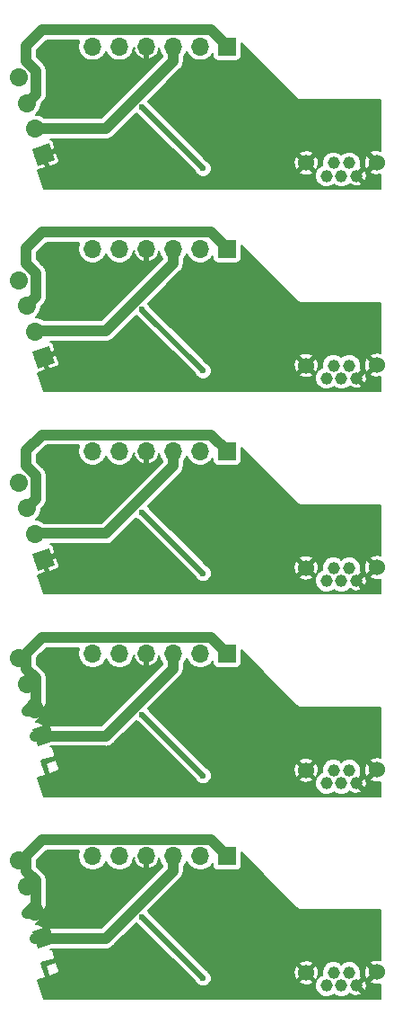
<source format=gbl>
G04 #@! TF.GenerationSoftware,KiCad,Pcbnew,5.0.0-fee4fd1~66~ubuntu16.04.1*
G04 #@! TF.CreationDate,2018-10-22T20:20:06+02:00*
G04 #@! TF.ProjectId,WiRoc_NanoPi_SideOledPCB_v1_Panelized,5769526F635F4E616E6F50695F536964,rev?*
G04 #@! TF.SameCoordinates,Original*
G04 #@! TF.FileFunction,Copper,L2,Bot,Signal*
G04 #@! TF.FilePolarity,Positive*
%FSLAX46Y46*%
G04 Gerber Fmt 4.6, Leading zero omitted, Abs format (unit mm)*
G04 Created by KiCad (PCBNEW 5.0.0-fee4fd1~66~ubuntu16.04.1) date Mon Oct 22 20:20:06 2018*
%MOMM*%
%LPD*%
G01*
G04 APERTURE LIST*
G04 #@! TA.AperFunction,ViaPad*
%ADD10C,0.600000*%
G04 #@! TD*
G04 #@! TA.AperFunction,ComponentPad*
%ADD11C,1.524000*%
G04 #@! TD*
G04 #@! TA.AperFunction,ComponentPad*
%ADD12C,1.150000*%
G04 #@! TD*
G04 #@! TA.AperFunction,ComponentPad*
%ADD13O,1.700000X1.700000*%
G04 #@! TD*
G04 #@! TA.AperFunction,ComponentPad*
%ADD14R,1.700000X1.700000*%
G04 #@! TD*
G04 #@! TA.AperFunction,ComponentPad*
%ADD15C,1.700000*%
G04 #@! TD*
G04 #@! TA.AperFunction,Conductor*
%ADD16C,1.700000*%
G04 #@! TD*
G04 #@! TA.AperFunction,Conductor*
%ADD17C,0.100000*%
G04 #@! TD*
G04 #@! TA.AperFunction,Conductor*
%ADD18C,0.500000*%
G04 #@! TD*
G04 #@! TA.AperFunction,Conductor*
%ADD19C,1.000000*%
G04 #@! TD*
G04 #@! TA.AperFunction,Conductor*
%ADD20C,0.200000*%
G04 #@! TD*
G04 APERTURE END LIST*
D10*
G04 #@! TO.N,GND*
G04 #@! TO.C,REF\002A\002A*
X61628020Y-115776240D03*
G04 #@! TD*
G04 #@! TO.N,GND*
G04 #@! TO.C,REF\002A\002A*
X61628020Y-96710240D03*
G04 #@! TD*
G04 #@! TO.N,GND*
G04 #@! TO.C,REF\002A\002A*
X61628020Y-77644240D03*
G04 #@! TD*
G04 #@! TO.N,GND*
G04 #@! TO.C,REF\002A\002A*
X61628020Y-58578240D03*
G04 #@! TD*
G04 #@! TO.N,GND*
G04 #@! TO.C,REF\002A\002A*
X61686440Y-107828580D03*
G04 #@! TD*
G04 #@! TO.N,GND*
G04 #@! TO.C,REF\002A\002A*
X61686440Y-88762580D03*
G04 #@! TD*
G04 #@! TO.N,GND*
G04 #@! TO.C,REF\002A\002A*
X61686440Y-69696580D03*
G04 #@! TD*
G04 #@! TO.N,GND*
G04 #@! TO.C,REF\002A\002A*
X61686440Y-50630580D03*
G04 #@! TD*
G04 #@! TO.N,GND*
G04 #@! TO.C,REF\002A\002A*
X56357520Y-109487200D03*
G04 #@! TD*
G04 #@! TO.N,GND*
G04 #@! TO.C,REF\002A\002A*
X56357520Y-90421200D03*
G04 #@! TD*
G04 #@! TO.N,GND*
G04 #@! TO.C,REF\002A\002A*
X56357520Y-71355200D03*
G04 #@! TD*
G04 #@! TO.N,GND*
G04 #@! TO.C,REF\002A\002A*
X56357520Y-52289200D03*
G04 #@! TD*
G04 #@! TO.N,GND*
G04 #@! TO.C,REF\002A\002A*
X66017140Y-111994180D03*
G04 #@! TD*
G04 #@! TO.N,GND*
G04 #@! TO.C,REF\002A\002A*
X66017140Y-92928180D03*
G04 #@! TD*
G04 #@! TO.N,GND*
G04 #@! TO.C,REF\002A\002A*
X66017140Y-73862180D03*
G04 #@! TD*
G04 #@! TO.N,GND*
G04 #@! TO.C,REF\002A\002A*
X66017140Y-54796180D03*
G04 #@! TD*
D11*
G04 #@! TO.P,J1,6*
G04 #@! TO.N,GND*
X66322500Y-114684800D03*
X72972500Y-114634800D03*
D12*
G04 #@! TO.P,J1,5*
X71047500Y-115884800D03*
G04 #@! TO.P,J1,3*
G04 #@! TO.N,Net-(J1-Pad3)*
X69647500Y-115884800D03*
G04 #@! TO.P,J1,1*
G04 #@! TO.N,Net-(J1-Pad1)*
X68247500Y-115884800D03*
G04 #@! TO.P,J1,4*
G04 #@! TO.N,Net-(J1-Pad4)*
X70397500Y-114684800D03*
G04 #@! TO.P,J1,2*
G04 #@! TO.N,Net-(J1-Pad2)*
X68897500Y-114684800D03*
G04 #@! TD*
D11*
G04 #@! TO.P,J1,6*
G04 #@! TO.N,GND*
X66322500Y-95618800D03*
X72972500Y-95568800D03*
D12*
G04 #@! TO.P,J1,5*
X71047500Y-96818800D03*
G04 #@! TO.P,J1,3*
G04 #@! TO.N,Net-(J1-Pad3)*
X69647500Y-96818800D03*
G04 #@! TO.P,J1,1*
G04 #@! TO.N,Net-(J1-Pad1)*
X68247500Y-96818800D03*
G04 #@! TO.P,J1,4*
G04 #@! TO.N,Net-(J1-Pad4)*
X70397500Y-95618800D03*
G04 #@! TO.P,J1,2*
G04 #@! TO.N,Net-(J1-Pad2)*
X68897500Y-95618800D03*
G04 #@! TD*
D11*
G04 #@! TO.P,J1,6*
G04 #@! TO.N,GND*
X66322500Y-76552800D03*
X72972500Y-76502800D03*
D12*
G04 #@! TO.P,J1,5*
X71047500Y-77752800D03*
G04 #@! TO.P,J1,3*
G04 #@! TO.N,Net-(J1-Pad3)*
X69647500Y-77752800D03*
G04 #@! TO.P,J1,1*
G04 #@! TO.N,Net-(J1-Pad1)*
X68247500Y-77752800D03*
G04 #@! TO.P,J1,4*
G04 #@! TO.N,Net-(J1-Pad4)*
X70397500Y-76552800D03*
G04 #@! TO.P,J1,2*
G04 #@! TO.N,Net-(J1-Pad2)*
X68897500Y-76552800D03*
G04 #@! TD*
D11*
G04 #@! TO.P,J1,6*
G04 #@! TO.N,GND*
X66322500Y-57486800D03*
X72972500Y-57436800D03*
D12*
G04 #@! TO.P,J1,5*
X71047500Y-58686800D03*
G04 #@! TO.P,J1,3*
G04 #@! TO.N,Net-(J1-Pad3)*
X69647500Y-58686800D03*
G04 #@! TO.P,J1,1*
G04 #@! TO.N,Net-(J1-Pad1)*
X68247500Y-58686800D03*
G04 #@! TO.P,J1,4*
G04 #@! TO.N,Net-(J1-Pad4)*
X70397500Y-57486800D03*
G04 #@! TO.P,J1,2*
G04 #@! TO.N,Net-(J1-Pad2)*
X68897500Y-57486800D03*
G04 #@! TD*
D13*
G04 #@! TO.P,J3,6*
G04 #@! TO.N,Net-(J1-Pad2)*
X46164000Y-103696000D03*
G04 #@! TO.P,J3,5*
G04 #@! TO.N,Net-(J1-Pad3)*
X48704000Y-103696000D03*
G04 #@! TO.P,J3,4*
G04 #@! TO.N,GND*
X51244000Y-103696000D03*
G04 #@! TO.P,J3,3*
G04 #@! TO.N,SYS_3.3V*
X53784000Y-103696000D03*
G04 #@! TO.P,J3,2*
G04 #@! TO.N,SDA*
X56324000Y-103696000D03*
D14*
G04 #@! TO.P,J3,1*
G04 #@! TO.N,SCK*
X58864000Y-103696000D03*
G04 #@! TD*
D13*
G04 #@! TO.P,J3,6*
G04 #@! TO.N,Net-(J1-Pad2)*
X46164000Y-84630000D03*
G04 #@! TO.P,J3,5*
G04 #@! TO.N,Net-(J1-Pad3)*
X48704000Y-84630000D03*
G04 #@! TO.P,J3,4*
G04 #@! TO.N,GND*
X51244000Y-84630000D03*
G04 #@! TO.P,J3,3*
G04 #@! TO.N,SYS_3.3V*
X53784000Y-84630000D03*
G04 #@! TO.P,J3,2*
G04 #@! TO.N,SDA*
X56324000Y-84630000D03*
D14*
G04 #@! TO.P,J3,1*
G04 #@! TO.N,SCK*
X58864000Y-84630000D03*
G04 #@! TD*
D13*
G04 #@! TO.P,J3,6*
G04 #@! TO.N,Net-(J1-Pad2)*
X46164000Y-65564000D03*
G04 #@! TO.P,J3,5*
G04 #@! TO.N,Net-(J1-Pad3)*
X48704000Y-65564000D03*
G04 #@! TO.P,J3,4*
G04 #@! TO.N,GND*
X51244000Y-65564000D03*
G04 #@! TO.P,J3,3*
G04 #@! TO.N,SYS_3.3V*
X53784000Y-65564000D03*
G04 #@! TO.P,J3,2*
G04 #@! TO.N,SDA*
X56324000Y-65564000D03*
D14*
G04 #@! TO.P,J3,1*
G04 #@! TO.N,SCK*
X58864000Y-65564000D03*
G04 #@! TD*
D13*
G04 #@! TO.P,J3,6*
G04 #@! TO.N,Net-(J1-Pad2)*
X46164000Y-46498000D03*
G04 #@! TO.P,J3,5*
G04 #@! TO.N,Net-(J1-Pad3)*
X48704000Y-46498000D03*
G04 #@! TO.P,J3,4*
G04 #@! TO.N,GND*
X51244000Y-46498000D03*
G04 #@! TO.P,J3,3*
G04 #@! TO.N,SYS_3.3V*
X53784000Y-46498000D03*
G04 #@! TO.P,J3,2*
G04 #@! TO.N,SDA*
X56324000Y-46498000D03*
D14*
G04 #@! TO.P,J3,1*
G04 #@! TO.N,SCK*
X58864000Y-46498000D03*
G04 #@! TD*
D10*
G04 #@! TO.N,GND*
G04 #@! TO.C,REF\002A\002A*
X49776380Y-115740680D03*
G04 #@! TD*
G04 #@! TO.N,GND*
G04 #@! TO.C,REF\002A\002A*
X49776380Y-96674680D03*
G04 #@! TD*
G04 #@! TO.N,GND*
G04 #@! TO.C,REF\002A\002A*
X49776380Y-77608680D03*
G04 #@! TD*
G04 #@! TO.N,GND*
G04 #@! TO.C,REF\002A\002A*
X49776380Y-58542680D03*
G04 #@! TD*
G04 #@! TO.N,GND*
G04 #@! TO.C,REF\002A\002A*
X42534840Y-108135920D03*
G04 #@! TD*
G04 #@! TO.N,GND*
G04 #@! TO.C,REF\002A\002A*
X42534840Y-89069920D03*
G04 #@! TD*
G04 #@! TO.N,GND*
G04 #@! TO.C,REF\002A\002A*
X42534840Y-70003920D03*
G04 #@! TD*
G04 #@! TO.N,GND*
G04 #@! TO.C,REF\002A\002A*
X42534840Y-50937920D03*
G04 #@! TD*
D15*
G04 #@! TO.P,J2,4*
G04 #@! TO.N,SDA*
X39172291Y-104108949D03*
D16*
G04 #@! TD*
G04 #@! TO.N,SDA*
G04 #@! TO.C,J2*
X39172291Y-104108949D02*
X39172291Y-104108949D01*
D15*
G04 #@! TO.P,J2,3*
G04 #@! TO.N,SCK*
X39957194Y-106524633D03*
D16*
G04 #@! TD*
G04 #@! TO.N,SCK*
G04 #@! TO.C,J2*
X39957194Y-106524633D02*
X39957194Y-106524633D01*
D15*
G04 #@! TO.P,J2,2*
G04 #@! TO.N,SYS_3.3V*
X40742097Y-108940316D03*
D16*
G04 #@! TD*
G04 #@! TO.N,SYS_3.3V*
G04 #@! TO.C,J2*
X40742097Y-108940316D02*
X40742097Y-108940316D01*
D15*
G04 #@! TO.P,J2,1*
G04 #@! TO.N,GND*
X41527000Y-111356000D03*
D17*
G04 #@! TD*
G04 #@! TO.N,GND*
G04 #@! TO.C,J2*
G36*
X42072734Y-110284938D02*
X42598062Y-111901734D01*
X40981266Y-112427062D01*
X40455938Y-110810266D01*
X42072734Y-110284938D01*
X42072734Y-110284938D01*
G37*
D15*
G04 #@! TO.P,J2,4*
G04 #@! TO.N,SDA*
X39172291Y-85042949D03*
D16*
G04 #@! TD*
G04 #@! TO.N,SDA*
G04 #@! TO.C,J2*
X39172291Y-85042949D02*
X39172291Y-85042949D01*
D15*
G04 #@! TO.P,J2,3*
G04 #@! TO.N,SCK*
X39957194Y-87458633D03*
D16*
G04 #@! TD*
G04 #@! TO.N,SCK*
G04 #@! TO.C,J2*
X39957194Y-87458633D02*
X39957194Y-87458633D01*
D15*
G04 #@! TO.P,J2,2*
G04 #@! TO.N,SYS_3.3V*
X40742097Y-89874316D03*
D16*
G04 #@! TD*
G04 #@! TO.N,SYS_3.3V*
G04 #@! TO.C,J2*
X40742097Y-89874316D02*
X40742097Y-89874316D01*
D15*
G04 #@! TO.P,J2,1*
G04 #@! TO.N,GND*
X41527000Y-92290000D03*
D17*
G04 #@! TD*
G04 #@! TO.N,GND*
G04 #@! TO.C,J2*
G36*
X42072734Y-91218938D02*
X42598062Y-92835734D01*
X40981266Y-93361062D01*
X40455938Y-91744266D01*
X42072734Y-91218938D01*
X42072734Y-91218938D01*
G37*
D15*
G04 #@! TO.P,J2,4*
G04 #@! TO.N,SDA*
X39172291Y-68516949D03*
D16*
G04 #@! TD*
G04 #@! TO.N,SDA*
G04 #@! TO.C,J2*
X39172291Y-68516949D02*
X39172291Y-68516949D01*
D15*
G04 #@! TO.P,J2,3*
G04 #@! TO.N,SCK*
X39957194Y-70932633D03*
D16*
G04 #@! TD*
G04 #@! TO.N,SCK*
G04 #@! TO.C,J2*
X39957194Y-70932633D02*
X39957194Y-70932633D01*
D15*
G04 #@! TO.P,J2,2*
G04 #@! TO.N,SYS_3.3V*
X40742097Y-73348316D03*
D16*
G04 #@! TD*
G04 #@! TO.N,SYS_3.3V*
G04 #@! TO.C,J2*
X40742097Y-73348316D02*
X40742097Y-73348316D01*
D15*
G04 #@! TO.P,J2,1*
G04 #@! TO.N,GND*
X41527000Y-75764000D03*
D17*
G04 #@! TD*
G04 #@! TO.N,GND*
G04 #@! TO.C,J2*
G36*
X42072734Y-74692938D02*
X42598062Y-76309734D01*
X40981266Y-76835062D01*
X40455938Y-75218266D01*
X42072734Y-74692938D01*
X42072734Y-74692938D01*
G37*
D15*
G04 #@! TO.P,J2,4*
G04 #@! TO.N,SDA*
X39172291Y-49450949D03*
D16*
G04 #@! TD*
G04 #@! TO.N,SDA*
G04 #@! TO.C,J2*
X39172291Y-49450949D02*
X39172291Y-49450949D01*
D15*
G04 #@! TO.P,J2,3*
G04 #@! TO.N,SCK*
X39957194Y-51866633D03*
D16*
G04 #@! TD*
G04 #@! TO.N,SCK*
G04 #@! TO.C,J2*
X39957194Y-51866633D02*
X39957194Y-51866633D01*
D15*
G04 #@! TO.P,J2,2*
G04 #@! TO.N,SYS_3.3V*
X40742097Y-54282316D03*
D16*
G04 #@! TD*
G04 #@! TO.N,SYS_3.3V*
G04 #@! TO.C,J2*
X40742097Y-54282316D02*
X40742097Y-54282316D01*
D15*
G04 #@! TO.P,J2,1*
G04 #@! TO.N,GND*
X41527000Y-56698000D03*
D17*
G04 #@! TD*
G04 #@! TO.N,GND*
G04 #@! TO.C,J2*
G36*
X42072734Y-55626938D02*
X42598062Y-57243734D01*
X40981266Y-57769062D01*
X40455938Y-56152266D01*
X42072734Y-55626938D01*
X42072734Y-55626938D01*
G37*
D10*
G04 #@! TO.N,GND*
G04 #@! TO.C,REF\002A\002A*
X57914540Y-106502700D03*
G04 #@! TD*
G04 #@! TO.N,GND*
G04 #@! TO.C,REF\002A\002A*
X57914540Y-87436700D03*
G04 #@! TD*
G04 #@! TO.N,GND*
G04 #@! TO.C,REF\002A\002A*
X57914540Y-68370700D03*
G04 #@! TD*
G04 #@! TO.N,GND*
G04 #@! TO.C,REF\002A\002A*
X57914540Y-49304700D03*
G04 #@! TD*
D12*
G04 #@! TO.P,J1,2*
G04 #@! TO.N,Net-(J1-Pad2)*
X68897500Y-38420800D03*
G04 #@! TO.P,J1,4*
G04 #@! TO.N,Net-(J1-Pad4)*
X70397500Y-38420800D03*
G04 #@! TO.P,J1,1*
G04 #@! TO.N,Net-(J1-Pad1)*
X68247500Y-39620800D03*
G04 #@! TO.P,J1,3*
G04 #@! TO.N,Net-(J1-Pad3)*
X69647500Y-39620800D03*
G04 #@! TO.P,J1,5*
G04 #@! TO.N,GND*
X71047500Y-39620800D03*
D11*
G04 #@! TO.P,J1,6*
X72972500Y-38370800D03*
X66322500Y-38420800D03*
G04 #@! TD*
D10*
G04 #@! TO.N,GND*
G04 #@! TO.C,REF\002A\002A*
X49776380Y-39476680D03*
G04 #@! TD*
G04 #@! TO.N,GND*
G04 #@! TO.C,REF\002A\002A*
X42534840Y-31871920D03*
G04 #@! TD*
G04 #@! TO.N,GND*
G04 #@! TO.C,REF\002A\002A*
X61628020Y-39512240D03*
G04 #@! TD*
G04 #@! TO.N,GND*
G04 #@! TO.C,REF\002A\002A*
X56357520Y-33223200D03*
G04 #@! TD*
G04 #@! TO.N,GND*
G04 #@! TO.C,REF\002A\002A*
X66017140Y-35730180D03*
G04 #@! TD*
G04 #@! TO.N,GND*
G04 #@! TO.C,REF\002A\002A*
X61686440Y-31564580D03*
G04 #@! TD*
D15*
G04 #@! TO.P,J2,1*
G04 #@! TO.N,GND*
X41527000Y-37632000D03*
D17*
G04 #@! TD*
G04 #@! TO.N,GND*
G04 #@! TO.C,J2*
G36*
X42072734Y-36560938D02*
X42598062Y-38177734D01*
X40981266Y-38703062D01*
X40455938Y-37086266D01*
X42072734Y-36560938D01*
X42072734Y-36560938D01*
G37*
D15*
G04 #@! TO.P,J2,2*
G04 #@! TO.N,SYS_3.3V*
X40742097Y-35216316D03*
D16*
G04 #@! TD*
G04 #@! TO.N,SYS_3.3V*
G04 #@! TO.C,J2*
X40742097Y-35216316D02*
X40742097Y-35216316D01*
D15*
G04 #@! TO.P,J2,3*
G04 #@! TO.N,SCK*
X39957194Y-32800633D03*
D16*
G04 #@! TD*
G04 #@! TO.N,SCK*
G04 #@! TO.C,J2*
X39957194Y-32800633D02*
X39957194Y-32800633D01*
D15*
G04 #@! TO.P,J2,4*
G04 #@! TO.N,SDA*
X39172291Y-30384949D03*
D16*
G04 #@! TD*
G04 #@! TO.N,SDA*
G04 #@! TO.C,J2*
X39172291Y-30384949D02*
X39172291Y-30384949D01*
D14*
G04 #@! TO.P,J3,1*
G04 #@! TO.N,SCK*
X58864000Y-27432000D03*
D13*
G04 #@! TO.P,J3,2*
G04 #@! TO.N,SDA*
X56324000Y-27432000D03*
G04 #@! TO.P,J3,3*
G04 #@! TO.N,SYS_3.3V*
X53784000Y-27432000D03*
G04 #@! TO.P,J3,4*
G04 #@! TO.N,GND*
X51244000Y-27432000D03*
G04 #@! TO.P,J3,5*
G04 #@! TO.N,Net-(J1-Pad3)*
X48704000Y-27432000D03*
G04 #@! TO.P,J3,6*
G04 #@! TO.N,Net-(J1-Pad2)*
X46164000Y-27432000D03*
G04 #@! TD*
D10*
G04 #@! TO.N,GND*
G04 #@! TO.C,REF\002A\002A*
X57914540Y-30238700D03*
G04 #@! TD*
G04 #@! TO.N,Net-(J1-Pad3)*
X56598820Y-38922960D03*
X50847984Y-33167044D03*
X50847984Y-52233044D03*
X50847984Y-71299044D03*
X50847984Y-90365044D03*
X50847984Y-109431044D03*
X56598820Y-57988960D03*
X56598820Y-77054960D03*
X56598820Y-96120960D03*
X56598820Y-115186960D03*
G04 #@! TD*
D18*
G04 #@! TO.N,Net-(J1-Pad3)*
X50847984Y-33172124D02*
X50847984Y-33167044D01*
X56598820Y-38922960D02*
X50847984Y-33172124D01*
X56598820Y-57988960D02*
X50847984Y-52238124D01*
X56598820Y-77054960D02*
X50847984Y-71304124D01*
X56598820Y-96120960D02*
X50847984Y-90370124D01*
X56598820Y-115186960D02*
X50847984Y-109436124D01*
X50847984Y-52238124D02*
X50847984Y-52233044D01*
X50847984Y-71304124D02*
X50847984Y-71299044D01*
X50847984Y-90370124D02*
X50847984Y-90365044D01*
X50847984Y-109436124D02*
X50847984Y-109431044D01*
D19*
G04 #@! TO.N,SYS_3.3V*
X40776873Y-35181540D02*
X40742097Y-35216316D01*
X47419260Y-35181540D02*
X40776873Y-35181540D01*
X53771800Y-28829000D02*
X47419260Y-35181540D01*
X53771800Y-27434540D02*
X53771800Y-28829000D01*
X47419260Y-54247540D02*
X40776873Y-54247540D01*
X47419260Y-73313540D02*
X40776873Y-73313540D01*
X47419260Y-92379540D02*
X40776873Y-92379540D01*
X47419260Y-111445540D02*
X40776873Y-111445540D01*
X53771800Y-47895000D02*
X47419260Y-54247540D01*
X53771800Y-66961000D02*
X47419260Y-73313540D01*
X53771800Y-86027000D02*
X47419260Y-92379540D01*
X53771800Y-105093000D02*
X47419260Y-111445540D01*
X53771800Y-46500540D02*
X53771800Y-47895000D01*
X53771800Y-65566540D02*
X53771800Y-66961000D01*
X53771800Y-84632540D02*
X53771800Y-86027000D01*
X53771800Y-103698540D02*
X53771800Y-105093000D01*
X40776873Y-54247540D02*
X40742097Y-54282316D01*
X40776873Y-73313540D02*
X40742097Y-73348316D01*
X40776873Y-92379540D02*
X40742097Y-92414316D01*
X40776873Y-111445540D02*
X40742097Y-111480316D01*
G04 #@! TO.N,SCK*
X57339899Y-25881999D02*
X58849260Y-27391360D01*
X41419999Y-25881999D02*
X57339899Y-25881999D01*
X39916292Y-27385706D02*
X41419999Y-25881999D01*
X39957194Y-32800633D02*
X40807193Y-31950634D01*
X40807193Y-31950634D02*
X40807193Y-29725849D01*
X40807193Y-29725849D02*
X39916292Y-28834948D01*
X39916292Y-28834948D02*
X39916292Y-27385706D01*
X57339899Y-44947999D02*
X58849260Y-46457360D01*
X57339899Y-64013999D02*
X58849260Y-65523360D01*
X57339899Y-83079999D02*
X58849260Y-84589360D01*
X57339899Y-102145999D02*
X58849260Y-103655360D01*
X39916292Y-46451706D02*
X41419999Y-44947999D01*
X39916292Y-65517706D02*
X41419999Y-64013999D01*
X39916292Y-84583706D02*
X41419999Y-83079999D01*
X39916292Y-103649706D02*
X41419999Y-102145999D01*
X41419999Y-44947999D02*
X57339899Y-44947999D01*
X41419999Y-64013999D02*
X57339899Y-64013999D01*
X41419999Y-83079999D02*
X57339899Y-83079999D01*
X41419999Y-102145999D02*
X57339899Y-102145999D01*
X39916292Y-47900948D02*
X39916292Y-46451706D01*
X39916292Y-66966948D02*
X39916292Y-65517706D01*
X39916292Y-86032948D02*
X39916292Y-84583706D01*
X39916292Y-105098948D02*
X39916292Y-103649706D01*
X40807193Y-48791849D02*
X39916292Y-47900948D01*
X40807193Y-67857849D02*
X39916292Y-66966948D01*
X40807193Y-86923849D02*
X39916292Y-86032948D01*
X40807193Y-105989849D02*
X39916292Y-105098948D01*
X40807193Y-51016634D02*
X40807193Y-48791849D01*
X40807193Y-70082634D02*
X40807193Y-67857849D01*
X40807193Y-89148634D02*
X40807193Y-86923849D01*
X40807193Y-108214634D02*
X40807193Y-105989849D01*
X39957194Y-51866633D02*
X40807193Y-51016634D01*
X39957194Y-70932633D02*
X40807193Y-70082634D01*
X39957194Y-89998633D02*
X40807193Y-89148634D01*
X39957194Y-109064633D02*
X40807193Y-108214634D01*
G04 #@! TD*
D20*
G04 #@! TO.N,GND*
G36*
X65417373Y-32298546D02*
X65449449Y-32346551D01*
X65639646Y-32473637D01*
X65807372Y-32507000D01*
X65807376Y-32507000D01*
X65864000Y-32518263D01*
X65920624Y-32507000D01*
X73339000Y-32507000D01*
X73339001Y-37267886D01*
X73096986Y-37192593D01*
X72636630Y-37234641D01*
X72406610Y-37329918D01*
X72322119Y-37502630D01*
X72972500Y-38153011D01*
X72986642Y-38138869D01*
X73204431Y-38356658D01*
X73190289Y-38370800D01*
X73204431Y-38384942D01*
X72986642Y-38602731D01*
X72972500Y-38588589D01*
X72322119Y-39238970D01*
X72406610Y-39411682D01*
X72848014Y-39549007D01*
X73308370Y-39506959D01*
X73339001Y-39494271D01*
X73339001Y-40843000D01*
X41576395Y-40843000D01*
X40987950Y-39104825D01*
X41029202Y-39108072D01*
X41671703Y-38899311D01*
X41735907Y-38773304D01*
X41428126Y-37826051D01*
X41409104Y-37832232D01*
X41376172Y-37730874D01*
X41721051Y-37730874D01*
X42028832Y-38678126D01*
X42154840Y-38742330D01*
X42797340Y-38533569D01*
X42918344Y-38430223D01*
X42990587Y-38288437D01*
X43003072Y-38129798D01*
X42953898Y-37978456D01*
X42794311Y-37487297D01*
X42668304Y-37423093D01*
X41721051Y-37730874D01*
X41376172Y-37730874D01*
X41313928Y-37539306D01*
X41332949Y-37533126D01*
X41326768Y-37514104D01*
X41619694Y-37418928D01*
X41625874Y-37437949D01*
X42573126Y-37130168D01*
X42637330Y-37004160D01*
X42477743Y-36513002D01*
X42428569Y-36361660D01*
X42325223Y-36240656D01*
X42209200Y-36181540D01*
X47320770Y-36181540D01*
X47419260Y-36201131D01*
X47517750Y-36181540D01*
X47809441Y-36123519D01*
X48140220Y-35902500D01*
X48196014Y-35818998D01*
X50282291Y-33732722D01*
X50394820Y-33845251D01*
X50506861Y-33891660D01*
X55870613Y-39255414D01*
X55920613Y-39376124D01*
X56145656Y-39601167D01*
X56439690Y-39722960D01*
X56757950Y-39722960D01*
X57051984Y-39601167D01*
X57277027Y-39376124D01*
X57313127Y-39288970D01*
X65672119Y-39288970D01*
X65756610Y-39461682D01*
X66198014Y-39599007D01*
X66658370Y-39556959D01*
X66888390Y-39461682D01*
X66972881Y-39288970D01*
X66322500Y-38638589D01*
X65672119Y-39288970D01*
X57313127Y-39288970D01*
X57398820Y-39082090D01*
X57398820Y-38763830D01*
X57277027Y-38469796D01*
X57103545Y-38296314D01*
X65144293Y-38296314D01*
X65186341Y-38756670D01*
X65281618Y-38986690D01*
X65454330Y-39071181D01*
X66104711Y-38420800D01*
X66540289Y-38420800D01*
X67190670Y-39071181D01*
X67359367Y-38988654D01*
X67336159Y-39011862D01*
X67172500Y-39406969D01*
X67172500Y-39834631D01*
X67336159Y-40229738D01*
X67638562Y-40532141D01*
X68033669Y-40695800D01*
X68461331Y-40695800D01*
X68856438Y-40532141D01*
X68947500Y-40441079D01*
X69038562Y-40532141D01*
X69433669Y-40695800D01*
X69861331Y-40695800D01*
X70256438Y-40532141D01*
X70406090Y-40382490D01*
X70454846Y-40431246D01*
X70533619Y-40352473D01*
X70594824Y-40505854D01*
X70967978Y-40611715D01*
X71353238Y-40566717D01*
X71500176Y-40505854D01*
X71561382Y-40352471D01*
X71047500Y-39838589D01*
X71033358Y-39852731D01*
X70815569Y-39634942D01*
X70829711Y-39620800D01*
X71265289Y-39620800D01*
X71779171Y-40134682D01*
X71932554Y-40073476D01*
X72038415Y-39700322D01*
X71993417Y-39315062D01*
X71932554Y-39168124D01*
X71779171Y-39106918D01*
X71265289Y-39620800D01*
X70829711Y-39620800D01*
X70815569Y-39606658D01*
X71033358Y-39388869D01*
X71047500Y-39403011D01*
X71561382Y-38889129D01*
X71500176Y-38735746D01*
X71437931Y-38718088D01*
X71472500Y-38634631D01*
X71472500Y-38246314D01*
X71794293Y-38246314D01*
X71836341Y-38706670D01*
X71931618Y-38936690D01*
X72104330Y-39021181D01*
X72754711Y-38370800D01*
X72104330Y-37720419D01*
X71931618Y-37804910D01*
X71794293Y-38246314D01*
X71472500Y-38246314D01*
X71472500Y-38206969D01*
X71308841Y-37811862D01*
X71006438Y-37509459D01*
X70611331Y-37345800D01*
X70183669Y-37345800D01*
X69788562Y-37509459D01*
X69647500Y-37650521D01*
X69506438Y-37509459D01*
X69111331Y-37345800D01*
X68683669Y-37345800D01*
X68288562Y-37509459D01*
X67986159Y-37811862D01*
X67822500Y-38206969D01*
X67822500Y-38633269D01*
X67638562Y-38709459D01*
X67364308Y-38983713D01*
X67500707Y-38545286D01*
X67458659Y-38084930D01*
X67363382Y-37854910D01*
X67190670Y-37770419D01*
X66540289Y-38420800D01*
X66104711Y-38420800D01*
X65454330Y-37770419D01*
X65281618Y-37854910D01*
X65144293Y-38296314D01*
X57103545Y-38296314D01*
X57051984Y-38244753D01*
X56931274Y-38194753D01*
X56289151Y-37552630D01*
X65672119Y-37552630D01*
X66322500Y-38203011D01*
X66972881Y-37552630D01*
X66888390Y-37379918D01*
X66446986Y-37242593D01*
X65986630Y-37284641D01*
X65756610Y-37379918D01*
X65672119Y-37552630D01*
X56289151Y-37552630D01*
X51579784Y-32843265D01*
X51526191Y-32713880D01*
X51413662Y-32601351D01*
X54409261Y-29605752D01*
X54492760Y-29549960D01*
X54713779Y-29219181D01*
X54750425Y-29034949D01*
X54791391Y-28829001D01*
X54771800Y-28730511D01*
X54771800Y-28383589D01*
X55054000Y-27961246D01*
X55350704Y-28405296D01*
X55797256Y-28703672D01*
X56191037Y-28782000D01*
X56456963Y-28782000D01*
X56850744Y-28703672D01*
X57297296Y-28405296D01*
X57504205Y-28095634D01*
X57504205Y-28282000D01*
X57543011Y-28477090D01*
X57653520Y-28642480D01*
X57818910Y-28752989D01*
X58014000Y-28791795D01*
X59714000Y-28791795D01*
X59909090Y-28752989D01*
X60074480Y-28642480D01*
X60184989Y-28477090D01*
X60223795Y-28282000D01*
X60223795Y-27104967D01*
X65417373Y-32298546D01*
X65417373Y-32298546D01*
G37*
X65417373Y-32298546D02*
X65449449Y-32346551D01*
X65639646Y-32473637D01*
X65807372Y-32507000D01*
X65807376Y-32507000D01*
X65864000Y-32518263D01*
X65920624Y-32507000D01*
X73339000Y-32507000D01*
X73339001Y-37267886D01*
X73096986Y-37192593D01*
X72636630Y-37234641D01*
X72406610Y-37329918D01*
X72322119Y-37502630D01*
X72972500Y-38153011D01*
X72986642Y-38138869D01*
X73204431Y-38356658D01*
X73190289Y-38370800D01*
X73204431Y-38384942D01*
X72986642Y-38602731D01*
X72972500Y-38588589D01*
X72322119Y-39238970D01*
X72406610Y-39411682D01*
X72848014Y-39549007D01*
X73308370Y-39506959D01*
X73339001Y-39494271D01*
X73339001Y-40843000D01*
X41576395Y-40843000D01*
X40987950Y-39104825D01*
X41029202Y-39108072D01*
X41671703Y-38899311D01*
X41735907Y-38773304D01*
X41428126Y-37826051D01*
X41409104Y-37832232D01*
X41376172Y-37730874D01*
X41721051Y-37730874D01*
X42028832Y-38678126D01*
X42154840Y-38742330D01*
X42797340Y-38533569D01*
X42918344Y-38430223D01*
X42990587Y-38288437D01*
X43003072Y-38129798D01*
X42953898Y-37978456D01*
X42794311Y-37487297D01*
X42668304Y-37423093D01*
X41721051Y-37730874D01*
X41376172Y-37730874D01*
X41313928Y-37539306D01*
X41332949Y-37533126D01*
X41326768Y-37514104D01*
X41619694Y-37418928D01*
X41625874Y-37437949D01*
X42573126Y-37130168D01*
X42637330Y-37004160D01*
X42477743Y-36513002D01*
X42428569Y-36361660D01*
X42325223Y-36240656D01*
X42209200Y-36181540D01*
X47320770Y-36181540D01*
X47419260Y-36201131D01*
X47517750Y-36181540D01*
X47809441Y-36123519D01*
X48140220Y-35902500D01*
X48196014Y-35818998D01*
X50282291Y-33732722D01*
X50394820Y-33845251D01*
X50506861Y-33891660D01*
X55870613Y-39255414D01*
X55920613Y-39376124D01*
X56145656Y-39601167D01*
X56439690Y-39722960D01*
X56757950Y-39722960D01*
X57051984Y-39601167D01*
X57277027Y-39376124D01*
X57313127Y-39288970D01*
X65672119Y-39288970D01*
X65756610Y-39461682D01*
X66198014Y-39599007D01*
X66658370Y-39556959D01*
X66888390Y-39461682D01*
X66972881Y-39288970D01*
X66322500Y-38638589D01*
X65672119Y-39288970D01*
X57313127Y-39288970D01*
X57398820Y-39082090D01*
X57398820Y-38763830D01*
X57277027Y-38469796D01*
X57103545Y-38296314D01*
X65144293Y-38296314D01*
X65186341Y-38756670D01*
X65281618Y-38986690D01*
X65454330Y-39071181D01*
X66104711Y-38420800D01*
X66540289Y-38420800D01*
X67190670Y-39071181D01*
X67359367Y-38988654D01*
X67336159Y-39011862D01*
X67172500Y-39406969D01*
X67172500Y-39834631D01*
X67336159Y-40229738D01*
X67638562Y-40532141D01*
X68033669Y-40695800D01*
X68461331Y-40695800D01*
X68856438Y-40532141D01*
X68947500Y-40441079D01*
X69038562Y-40532141D01*
X69433669Y-40695800D01*
X69861331Y-40695800D01*
X70256438Y-40532141D01*
X70406090Y-40382490D01*
X70454846Y-40431246D01*
X70533619Y-40352473D01*
X70594824Y-40505854D01*
X70967978Y-40611715D01*
X71353238Y-40566717D01*
X71500176Y-40505854D01*
X71561382Y-40352471D01*
X71047500Y-39838589D01*
X71033358Y-39852731D01*
X70815569Y-39634942D01*
X70829711Y-39620800D01*
X71265289Y-39620800D01*
X71779171Y-40134682D01*
X71932554Y-40073476D01*
X72038415Y-39700322D01*
X71993417Y-39315062D01*
X71932554Y-39168124D01*
X71779171Y-39106918D01*
X71265289Y-39620800D01*
X70829711Y-39620800D01*
X70815569Y-39606658D01*
X71033358Y-39388869D01*
X71047500Y-39403011D01*
X71561382Y-38889129D01*
X71500176Y-38735746D01*
X71437931Y-38718088D01*
X71472500Y-38634631D01*
X71472500Y-38246314D01*
X71794293Y-38246314D01*
X71836341Y-38706670D01*
X71931618Y-38936690D01*
X72104330Y-39021181D01*
X72754711Y-38370800D01*
X72104330Y-37720419D01*
X71931618Y-37804910D01*
X71794293Y-38246314D01*
X71472500Y-38246314D01*
X71472500Y-38206969D01*
X71308841Y-37811862D01*
X71006438Y-37509459D01*
X70611331Y-37345800D01*
X70183669Y-37345800D01*
X69788562Y-37509459D01*
X69647500Y-37650521D01*
X69506438Y-37509459D01*
X69111331Y-37345800D01*
X68683669Y-37345800D01*
X68288562Y-37509459D01*
X67986159Y-37811862D01*
X67822500Y-38206969D01*
X67822500Y-38633269D01*
X67638562Y-38709459D01*
X67364308Y-38983713D01*
X67500707Y-38545286D01*
X67458659Y-38084930D01*
X67363382Y-37854910D01*
X67190670Y-37770419D01*
X66540289Y-38420800D01*
X66104711Y-38420800D01*
X65454330Y-37770419D01*
X65281618Y-37854910D01*
X65144293Y-38296314D01*
X57103545Y-38296314D01*
X57051984Y-38244753D01*
X56931274Y-38194753D01*
X56289151Y-37552630D01*
X65672119Y-37552630D01*
X66322500Y-38203011D01*
X66972881Y-37552630D01*
X66888390Y-37379918D01*
X66446986Y-37242593D01*
X65986630Y-37284641D01*
X65756610Y-37379918D01*
X65672119Y-37552630D01*
X56289151Y-37552630D01*
X51579784Y-32843265D01*
X51526191Y-32713880D01*
X51413662Y-32601351D01*
X54409261Y-29605752D01*
X54492760Y-29549960D01*
X54713779Y-29219181D01*
X54750425Y-29034949D01*
X54791391Y-28829001D01*
X54771800Y-28730511D01*
X54771800Y-28383589D01*
X55054000Y-27961246D01*
X55350704Y-28405296D01*
X55797256Y-28703672D01*
X56191037Y-28782000D01*
X56456963Y-28782000D01*
X56850744Y-28703672D01*
X57297296Y-28405296D01*
X57504205Y-28095634D01*
X57504205Y-28282000D01*
X57543011Y-28477090D01*
X57653520Y-28642480D01*
X57818910Y-28752989D01*
X58014000Y-28791795D01*
X59714000Y-28791795D01*
X59909090Y-28752989D01*
X60074480Y-28642480D01*
X60184989Y-28477090D01*
X60223795Y-28282000D01*
X60223795Y-27104967D01*
X65417373Y-32298546D01*
G36*
X44892328Y-26905256D02*
X44787552Y-27432000D01*
X44892328Y-27958744D01*
X45190704Y-28405296D01*
X45637256Y-28703672D01*
X46031037Y-28782000D01*
X46296963Y-28782000D01*
X46690744Y-28703672D01*
X47137296Y-28405296D01*
X47434000Y-27961246D01*
X47730704Y-28405296D01*
X48177256Y-28703672D01*
X48571037Y-28782000D01*
X48836963Y-28782000D01*
X49230744Y-28703672D01*
X49677296Y-28405296D01*
X49975672Y-27958744D01*
X50049815Y-27586002D01*
X50103508Y-27586002D01*
X50042872Y-27778160D01*
X50266772Y-28211462D01*
X50639446Y-28526098D01*
X50897843Y-28633114D01*
X51090000Y-28571642D01*
X51090000Y-27586000D01*
X51070000Y-27586000D01*
X51070000Y-27278000D01*
X51090000Y-27278000D01*
X51090000Y-27258000D01*
X51398000Y-27258000D01*
X51398000Y-27278000D01*
X51418000Y-27278000D01*
X51418000Y-27586000D01*
X51398000Y-27586000D01*
X51398000Y-28571642D01*
X51590157Y-28633114D01*
X51848554Y-28526098D01*
X52221228Y-28211462D01*
X52445128Y-27778160D01*
X52384492Y-27586002D01*
X52438185Y-27586002D01*
X52512328Y-27958744D01*
X52771801Y-28347073D01*
X52771801Y-28414786D01*
X47005048Y-34181540D01*
X41623382Y-34181540D01*
X41268841Y-33944644D01*
X40875060Y-33866316D01*
X40792223Y-33866316D01*
X40930490Y-33773929D01*
X41228866Y-33327377D01*
X41324265Y-32847775D01*
X41444654Y-32727386D01*
X41528153Y-32671594D01*
X41749172Y-32340815D01*
X41807193Y-32049124D01*
X41807193Y-32049123D01*
X41826784Y-31950635D01*
X41807193Y-31852145D01*
X41807193Y-29824338D01*
X41826784Y-29725848D01*
X41749172Y-29335668D01*
X41675312Y-29225129D01*
X41528153Y-29004889D01*
X41444656Y-28949098D01*
X40916292Y-28420735D01*
X40916292Y-27799918D01*
X41834212Y-26881999D01*
X44907868Y-26881999D01*
X44892328Y-26905256D01*
X44892328Y-26905256D01*
G37*
X44892328Y-26905256D02*
X44787552Y-27432000D01*
X44892328Y-27958744D01*
X45190704Y-28405296D01*
X45637256Y-28703672D01*
X46031037Y-28782000D01*
X46296963Y-28782000D01*
X46690744Y-28703672D01*
X47137296Y-28405296D01*
X47434000Y-27961246D01*
X47730704Y-28405296D01*
X48177256Y-28703672D01*
X48571037Y-28782000D01*
X48836963Y-28782000D01*
X49230744Y-28703672D01*
X49677296Y-28405296D01*
X49975672Y-27958744D01*
X50049815Y-27586002D01*
X50103508Y-27586002D01*
X50042872Y-27778160D01*
X50266772Y-28211462D01*
X50639446Y-28526098D01*
X50897843Y-28633114D01*
X51090000Y-28571642D01*
X51090000Y-27586000D01*
X51070000Y-27586000D01*
X51070000Y-27278000D01*
X51090000Y-27278000D01*
X51090000Y-27258000D01*
X51398000Y-27258000D01*
X51398000Y-27278000D01*
X51418000Y-27278000D01*
X51418000Y-27586000D01*
X51398000Y-27586000D01*
X51398000Y-28571642D01*
X51590157Y-28633114D01*
X51848554Y-28526098D01*
X52221228Y-28211462D01*
X52445128Y-27778160D01*
X52384492Y-27586002D01*
X52438185Y-27586002D01*
X52512328Y-27958744D01*
X52771801Y-28347073D01*
X52771801Y-28414786D01*
X47005048Y-34181540D01*
X41623382Y-34181540D01*
X41268841Y-33944644D01*
X40875060Y-33866316D01*
X40792223Y-33866316D01*
X40930490Y-33773929D01*
X41228866Y-33327377D01*
X41324265Y-32847775D01*
X41444654Y-32727386D01*
X41528153Y-32671594D01*
X41749172Y-32340815D01*
X41807193Y-32049124D01*
X41807193Y-32049123D01*
X41826784Y-31950635D01*
X41807193Y-31852145D01*
X41807193Y-29824338D01*
X41826784Y-29725848D01*
X41749172Y-29335668D01*
X41675312Y-29225129D01*
X41528153Y-29004889D01*
X41444656Y-28949098D01*
X40916292Y-28420735D01*
X40916292Y-27799918D01*
X41834212Y-26881999D01*
X44907868Y-26881999D01*
X44892328Y-26905256D01*
G36*
X65417373Y-51364546D02*
X65449449Y-51412551D01*
X65639646Y-51539637D01*
X65807372Y-51573000D01*
X65807376Y-51573000D01*
X65864000Y-51584263D01*
X65920624Y-51573000D01*
X73339000Y-51573000D01*
X73339001Y-56333886D01*
X73096986Y-56258593D01*
X72636630Y-56300641D01*
X72406610Y-56395918D01*
X72322119Y-56568630D01*
X72972500Y-57219011D01*
X72986642Y-57204869D01*
X73204431Y-57422658D01*
X73190289Y-57436800D01*
X73204431Y-57450942D01*
X72986642Y-57668731D01*
X72972500Y-57654589D01*
X72322119Y-58304970D01*
X72406610Y-58477682D01*
X72848014Y-58615007D01*
X73308370Y-58572959D01*
X73339001Y-58560271D01*
X73339001Y-59909000D01*
X41576395Y-59909000D01*
X40987950Y-58170825D01*
X41029202Y-58174072D01*
X41671703Y-57965311D01*
X41735907Y-57839304D01*
X41428126Y-56892051D01*
X41409104Y-56898232D01*
X41376172Y-56796874D01*
X41721051Y-56796874D01*
X42028832Y-57744126D01*
X42154840Y-57808330D01*
X42797340Y-57599569D01*
X42918344Y-57496223D01*
X42990587Y-57354437D01*
X43003072Y-57195798D01*
X42953898Y-57044456D01*
X42794311Y-56553297D01*
X42668304Y-56489093D01*
X41721051Y-56796874D01*
X41376172Y-56796874D01*
X41313928Y-56605306D01*
X41332949Y-56599126D01*
X41326768Y-56580104D01*
X41619694Y-56484928D01*
X41625874Y-56503949D01*
X42573126Y-56196168D01*
X42637330Y-56070160D01*
X42477743Y-55579002D01*
X42428569Y-55427660D01*
X42325223Y-55306656D01*
X42209200Y-55247540D01*
X47320770Y-55247540D01*
X47419260Y-55267131D01*
X47517750Y-55247540D01*
X47809441Y-55189519D01*
X48140220Y-54968500D01*
X48196014Y-54884998D01*
X50282291Y-52798722D01*
X50394820Y-52911251D01*
X50506861Y-52957660D01*
X55870613Y-58321414D01*
X55920613Y-58442124D01*
X56145656Y-58667167D01*
X56439690Y-58788960D01*
X56757950Y-58788960D01*
X57051984Y-58667167D01*
X57277027Y-58442124D01*
X57313127Y-58354970D01*
X65672119Y-58354970D01*
X65756610Y-58527682D01*
X66198014Y-58665007D01*
X66658370Y-58622959D01*
X66888390Y-58527682D01*
X66972881Y-58354970D01*
X66322500Y-57704589D01*
X65672119Y-58354970D01*
X57313127Y-58354970D01*
X57398820Y-58148090D01*
X57398820Y-57829830D01*
X57277027Y-57535796D01*
X57103545Y-57362314D01*
X65144293Y-57362314D01*
X65186341Y-57822670D01*
X65281618Y-58052690D01*
X65454330Y-58137181D01*
X66104711Y-57486800D01*
X66540289Y-57486800D01*
X67190670Y-58137181D01*
X67359367Y-58054654D01*
X67336159Y-58077862D01*
X67172500Y-58472969D01*
X67172500Y-58900631D01*
X67336159Y-59295738D01*
X67638562Y-59598141D01*
X68033669Y-59761800D01*
X68461331Y-59761800D01*
X68856438Y-59598141D01*
X68947500Y-59507079D01*
X69038562Y-59598141D01*
X69433669Y-59761800D01*
X69861331Y-59761800D01*
X70256438Y-59598141D01*
X70406090Y-59448490D01*
X70454846Y-59497246D01*
X70533619Y-59418473D01*
X70594824Y-59571854D01*
X70967978Y-59677715D01*
X71353238Y-59632717D01*
X71500176Y-59571854D01*
X71561382Y-59418471D01*
X71047500Y-58904589D01*
X71033358Y-58918731D01*
X70815569Y-58700942D01*
X70829711Y-58686800D01*
X71265289Y-58686800D01*
X71779171Y-59200682D01*
X71932554Y-59139476D01*
X72038415Y-58766322D01*
X71993417Y-58381062D01*
X71932554Y-58234124D01*
X71779171Y-58172918D01*
X71265289Y-58686800D01*
X70829711Y-58686800D01*
X70815569Y-58672658D01*
X71033358Y-58454869D01*
X71047500Y-58469011D01*
X71561382Y-57955129D01*
X71500176Y-57801746D01*
X71437931Y-57784088D01*
X71472500Y-57700631D01*
X71472500Y-57312314D01*
X71794293Y-57312314D01*
X71836341Y-57772670D01*
X71931618Y-58002690D01*
X72104330Y-58087181D01*
X72754711Y-57436800D01*
X72104330Y-56786419D01*
X71931618Y-56870910D01*
X71794293Y-57312314D01*
X71472500Y-57312314D01*
X71472500Y-57272969D01*
X71308841Y-56877862D01*
X71006438Y-56575459D01*
X70611331Y-56411800D01*
X70183669Y-56411800D01*
X69788562Y-56575459D01*
X69647500Y-56716521D01*
X69506438Y-56575459D01*
X69111331Y-56411800D01*
X68683669Y-56411800D01*
X68288562Y-56575459D01*
X67986159Y-56877862D01*
X67822500Y-57272969D01*
X67822500Y-57699269D01*
X67638562Y-57775459D01*
X67364308Y-58049713D01*
X67500707Y-57611286D01*
X67458659Y-57150930D01*
X67363382Y-56920910D01*
X67190670Y-56836419D01*
X66540289Y-57486800D01*
X66104711Y-57486800D01*
X65454330Y-56836419D01*
X65281618Y-56920910D01*
X65144293Y-57362314D01*
X57103545Y-57362314D01*
X57051984Y-57310753D01*
X56931274Y-57260753D01*
X56289151Y-56618630D01*
X65672119Y-56618630D01*
X66322500Y-57269011D01*
X66972881Y-56618630D01*
X66888390Y-56445918D01*
X66446986Y-56308593D01*
X65986630Y-56350641D01*
X65756610Y-56445918D01*
X65672119Y-56618630D01*
X56289151Y-56618630D01*
X51579784Y-51909265D01*
X51526191Y-51779880D01*
X51413662Y-51667351D01*
X54409261Y-48671752D01*
X54492760Y-48615960D01*
X54713779Y-48285181D01*
X54750425Y-48100949D01*
X54791391Y-47895001D01*
X54771800Y-47796511D01*
X54771800Y-47449589D01*
X55054000Y-47027246D01*
X55350704Y-47471296D01*
X55797256Y-47769672D01*
X56191037Y-47848000D01*
X56456963Y-47848000D01*
X56850744Y-47769672D01*
X57297296Y-47471296D01*
X57504205Y-47161634D01*
X57504205Y-47348000D01*
X57543011Y-47543090D01*
X57653520Y-47708480D01*
X57818910Y-47818989D01*
X58014000Y-47857795D01*
X59714000Y-47857795D01*
X59909090Y-47818989D01*
X60074480Y-47708480D01*
X60184989Y-47543090D01*
X60223795Y-47348000D01*
X60223795Y-46170967D01*
X65417373Y-51364546D01*
X65417373Y-51364546D01*
G37*
X65417373Y-51364546D02*
X65449449Y-51412551D01*
X65639646Y-51539637D01*
X65807372Y-51573000D01*
X65807376Y-51573000D01*
X65864000Y-51584263D01*
X65920624Y-51573000D01*
X73339000Y-51573000D01*
X73339001Y-56333886D01*
X73096986Y-56258593D01*
X72636630Y-56300641D01*
X72406610Y-56395918D01*
X72322119Y-56568630D01*
X72972500Y-57219011D01*
X72986642Y-57204869D01*
X73204431Y-57422658D01*
X73190289Y-57436800D01*
X73204431Y-57450942D01*
X72986642Y-57668731D01*
X72972500Y-57654589D01*
X72322119Y-58304970D01*
X72406610Y-58477682D01*
X72848014Y-58615007D01*
X73308370Y-58572959D01*
X73339001Y-58560271D01*
X73339001Y-59909000D01*
X41576395Y-59909000D01*
X40987950Y-58170825D01*
X41029202Y-58174072D01*
X41671703Y-57965311D01*
X41735907Y-57839304D01*
X41428126Y-56892051D01*
X41409104Y-56898232D01*
X41376172Y-56796874D01*
X41721051Y-56796874D01*
X42028832Y-57744126D01*
X42154840Y-57808330D01*
X42797340Y-57599569D01*
X42918344Y-57496223D01*
X42990587Y-57354437D01*
X43003072Y-57195798D01*
X42953898Y-57044456D01*
X42794311Y-56553297D01*
X42668304Y-56489093D01*
X41721051Y-56796874D01*
X41376172Y-56796874D01*
X41313928Y-56605306D01*
X41332949Y-56599126D01*
X41326768Y-56580104D01*
X41619694Y-56484928D01*
X41625874Y-56503949D01*
X42573126Y-56196168D01*
X42637330Y-56070160D01*
X42477743Y-55579002D01*
X42428569Y-55427660D01*
X42325223Y-55306656D01*
X42209200Y-55247540D01*
X47320770Y-55247540D01*
X47419260Y-55267131D01*
X47517750Y-55247540D01*
X47809441Y-55189519D01*
X48140220Y-54968500D01*
X48196014Y-54884998D01*
X50282291Y-52798722D01*
X50394820Y-52911251D01*
X50506861Y-52957660D01*
X55870613Y-58321414D01*
X55920613Y-58442124D01*
X56145656Y-58667167D01*
X56439690Y-58788960D01*
X56757950Y-58788960D01*
X57051984Y-58667167D01*
X57277027Y-58442124D01*
X57313127Y-58354970D01*
X65672119Y-58354970D01*
X65756610Y-58527682D01*
X66198014Y-58665007D01*
X66658370Y-58622959D01*
X66888390Y-58527682D01*
X66972881Y-58354970D01*
X66322500Y-57704589D01*
X65672119Y-58354970D01*
X57313127Y-58354970D01*
X57398820Y-58148090D01*
X57398820Y-57829830D01*
X57277027Y-57535796D01*
X57103545Y-57362314D01*
X65144293Y-57362314D01*
X65186341Y-57822670D01*
X65281618Y-58052690D01*
X65454330Y-58137181D01*
X66104711Y-57486800D01*
X66540289Y-57486800D01*
X67190670Y-58137181D01*
X67359367Y-58054654D01*
X67336159Y-58077862D01*
X67172500Y-58472969D01*
X67172500Y-58900631D01*
X67336159Y-59295738D01*
X67638562Y-59598141D01*
X68033669Y-59761800D01*
X68461331Y-59761800D01*
X68856438Y-59598141D01*
X68947500Y-59507079D01*
X69038562Y-59598141D01*
X69433669Y-59761800D01*
X69861331Y-59761800D01*
X70256438Y-59598141D01*
X70406090Y-59448490D01*
X70454846Y-59497246D01*
X70533619Y-59418473D01*
X70594824Y-59571854D01*
X70967978Y-59677715D01*
X71353238Y-59632717D01*
X71500176Y-59571854D01*
X71561382Y-59418471D01*
X71047500Y-58904589D01*
X71033358Y-58918731D01*
X70815569Y-58700942D01*
X70829711Y-58686800D01*
X71265289Y-58686800D01*
X71779171Y-59200682D01*
X71932554Y-59139476D01*
X72038415Y-58766322D01*
X71993417Y-58381062D01*
X71932554Y-58234124D01*
X71779171Y-58172918D01*
X71265289Y-58686800D01*
X70829711Y-58686800D01*
X70815569Y-58672658D01*
X71033358Y-58454869D01*
X71047500Y-58469011D01*
X71561382Y-57955129D01*
X71500176Y-57801746D01*
X71437931Y-57784088D01*
X71472500Y-57700631D01*
X71472500Y-57312314D01*
X71794293Y-57312314D01*
X71836341Y-57772670D01*
X71931618Y-58002690D01*
X72104330Y-58087181D01*
X72754711Y-57436800D01*
X72104330Y-56786419D01*
X71931618Y-56870910D01*
X71794293Y-57312314D01*
X71472500Y-57312314D01*
X71472500Y-57272969D01*
X71308841Y-56877862D01*
X71006438Y-56575459D01*
X70611331Y-56411800D01*
X70183669Y-56411800D01*
X69788562Y-56575459D01*
X69647500Y-56716521D01*
X69506438Y-56575459D01*
X69111331Y-56411800D01*
X68683669Y-56411800D01*
X68288562Y-56575459D01*
X67986159Y-56877862D01*
X67822500Y-57272969D01*
X67822500Y-57699269D01*
X67638562Y-57775459D01*
X67364308Y-58049713D01*
X67500707Y-57611286D01*
X67458659Y-57150930D01*
X67363382Y-56920910D01*
X67190670Y-56836419D01*
X66540289Y-57486800D01*
X66104711Y-57486800D01*
X65454330Y-56836419D01*
X65281618Y-56920910D01*
X65144293Y-57362314D01*
X57103545Y-57362314D01*
X57051984Y-57310753D01*
X56931274Y-57260753D01*
X56289151Y-56618630D01*
X65672119Y-56618630D01*
X66322500Y-57269011D01*
X66972881Y-56618630D01*
X66888390Y-56445918D01*
X66446986Y-56308593D01*
X65986630Y-56350641D01*
X65756610Y-56445918D01*
X65672119Y-56618630D01*
X56289151Y-56618630D01*
X51579784Y-51909265D01*
X51526191Y-51779880D01*
X51413662Y-51667351D01*
X54409261Y-48671752D01*
X54492760Y-48615960D01*
X54713779Y-48285181D01*
X54750425Y-48100949D01*
X54791391Y-47895001D01*
X54771800Y-47796511D01*
X54771800Y-47449589D01*
X55054000Y-47027246D01*
X55350704Y-47471296D01*
X55797256Y-47769672D01*
X56191037Y-47848000D01*
X56456963Y-47848000D01*
X56850744Y-47769672D01*
X57297296Y-47471296D01*
X57504205Y-47161634D01*
X57504205Y-47348000D01*
X57543011Y-47543090D01*
X57653520Y-47708480D01*
X57818910Y-47818989D01*
X58014000Y-47857795D01*
X59714000Y-47857795D01*
X59909090Y-47818989D01*
X60074480Y-47708480D01*
X60184989Y-47543090D01*
X60223795Y-47348000D01*
X60223795Y-46170967D01*
X65417373Y-51364546D01*
G36*
X44892328Y-45971256D02*
X44787552Y-46498000D01*
X44892328Y-47024744D01*
X45190704Y-47471296D01*
X45637256Y-47769672D01*
X46031037Y-47848000D01*
X46296963Y-47848000D01*
X46690744Y-47769672D01*
X47137296Y-47471296D01*
X47434000Y-47027246D01*
X47730704Y-47471296D01*
X48177256Y-47769672D01*
X48571037Y-47848000D01*
X48836963Y-47848000D01*
X49230744Y-47769672D01*
X49677296Y-47471296D01*
X49975672Y-47024744D01*
X50049815Y-46652002D01*
X50103508Y-46652002D01*
X50042872Y-46844160D01*
X50266772Y-47277462D01*
X50639446Y-47592098D01*
X50897843Y-47699114D01*
X51090000Y-47637642D01*
X51090000Y-46652000D01*
X51070000Y-46652000D01*
X51070000Y-46344000D01*
X51090000Y-46344000D01*
X51090000Y-46324000D01*
X51398000Y-46324000D01*
X51398000Y-46344000D01*
X51418000Y-46344000D01*
X51418000Y-46652000D01*
X51398000Y-46652000D01*
X51398000Y-47637642D01*
X51590157Y-47699114D01*
X51848554Y-47592098D01*
X52221228Y-47277462D01*
X52445128Y-46844160D01*
X52384492Y-46652002D01*
X52438185Y-46652002D01*
X52512328Y-47024744D01*
X52771801Y-47413073D01*
X52771801Y-47480786D01*
X47005048Y-53247540D01*
X41623382Y-53247540D01*
X41268841Y-53010644D01*
X40875060Y-52932316D01*
X40792223Y-52932316D01*
X40930490Y-52839929D01*
X41228866Y-52393377D01*
X41324265Y-51913775D01*
X41444654Y-51793386D01*
X41528153Y-51737594D01*
X41749172Y-51406815D01*
X41807193Y-51115124D01*
X41807193Y-51115123D01*
X41826784Y-51016635D01*
X41807193Y-50918145D01*
X41807193Y-48890338D01*
X41826784Y-48791848D01*
X41749172Y-48401668D01*
X41675312Y-48291129D01*
X41528153Y-48070889D01*
X41444656Y-48015098D01*
X40916292Y-47486735D01*
X40916292Y-46865918D01*
X41834212Y-45947999D01*
X44907868Y-45947999D01*
X44892328Y-45971256D01*
X44892328Y-45971256D01*
G37*
X44892328Y-45971256D02*
X44787552Y-46498000D01*
X44892328Y-47024744D01*
X45190704Y-47471296D01*
X45637256Y-47769672D01*
X46031037Y-47848000D01*
X46296963Y-47848000D01*
X46690744Y-47769672D01*
X47137296Y-47471296D01*
X47434000Y-47027246D01*
X47730704Y-47471296D01*
X48177256Y-47769672D01*
X48571037Y-47848000D01*
X48836963Y-47848000D01*
X49230744Y-47769672D01*
X49677296Y-47471296D01*
X49975672Y-47024744D01*
X50049815Y-46652002D01*
X50103508Y-46652002D01*
X50042872Y-46844160D01*
X50266772Y-47277462D01*
X50639446Y-47592098D01*
X50897843Y-47699114D01*
X51090000Y-47637642D01*
X51090000Y-46652000D01*
X51070000Y-46652000D01*
X51070000Y-46344000D01*
X51090000Y-46344000D01*
X51090000Y-46324000D01*
X51398000Y-46324000D01*
X51398000Y-46344000D01*
X51418000Y-46344000D01*
X51418000Y-46652000D01*
X51398000Y-46652000D01*
X51398000Y-47637642D01*
X51590157Y-47699114D01*
X51848554Y-47592098D01*
X52221228Y-47277462D01*
X52445128Y-46844160D01*
X52384492Y-46652002D01*
X52438185Y-46652002D01*
X52512328Y-47024744D01*
X52771801Y-47413073D01*
X52771801Y-47480786D01*
X47005048Y-53247540D01*
X41623382Y-53247540D01*
X41268841Y-53010644D01*
X40875060Y-52932316D01*
X40792223Y-52932316D01*
X40930490Y-52839929D01*
X41228866Y-52393377D01*
X41324265Y-51913775D01*
X41444654Y-51793386D01*
X41528153Y-51737594D01*
X41749172Y-51406815D01*
X41807193Y-51115124D01*
X41807193Y-51115123D01*
X41826784Y-51016635D01*
X41807193Y-50918145D01*
X41807193Y-48890338D01*
X41826784Y-48791848D01*
X41749172Y-48401668D01*
X41675312Y-48291129D01*
X41528153Y-48070889D01*
X41444656Y-48015098D01*
X40916292Y-47486735D01*
X40916292Y-46865918D01*
X41834212Y-45947999D01*
X44907868Y-45947999D01*
X44892328Y-45971256D01*
G36*
X65417373Y-70430546D02*
X65449449Y-70478551D01*
X65639646Y-70605637D01*
X65807372Y-70639000D01*
X65807376Y-70639000D01*
X65864000Y-70650263D01*
X65920624Y-70639000D01*
X73339000Y-70639000D01*
X73339001Y-75399886D01*
X73096986Y-75324593D01*
X72636630Y-75366641D01*
X72406610Y-75461918D01*
X72322119Y-75634630D01*
X72972500Y-76285011D01*
X72986642Y-76270869D01*
X73204431Y-76488658D01*
X73190289Y-76502800D01*
X73204431Y-76516942D01*
X72986642Y-76734731D01*
X72972500Y-76720589D01*
X72322119Y-77370970D01*
X72406610Y-77543682D01*
X72848014Y-77681007D01*
X73308370Y-77638959D01*
X73339001Y-77626271D01*
X73339001Y-78975000D01*
X41576395Y-78975000D01*
X40987950Y-77236825D01*
X41029202Y-77240072D01*
X41671703Y-77031311D01*
X41735907Y-76905304D01*
X41428126Y-75958051D01*
X41409104Y-75964232D01*
X41376172Y-75862874D01*
X41721051Y-75862874D01*
X42028832Y-76810126D01*
X42154840Y-76874330D01*
X42797340Y-76665569D01*
X42918344Y-76562223D01*
X42990587Y-76420437D01*
X43003072Y-76261798D01*
X42953898Y-76110456D01*
X42794311Y-75619297D01*
X42668304Y-75555093D01*
X41721051Y-75862874D01*
X41376172Y-75862874D01*
X41313928Y-75671306D01*
X41332949Y-75665126D01*
X41326768Y-75646104D01*
X41619694Y-75550928D01*
X41625874Y-75569949D01*
X42573126Y-75262168D01*
X42637330Y-75136160D01*
X42477743Y-74645002D01*
X42428569Y-74493660D01*
X42325223Y-74372656D01*
X42209200Y-74313540D01*
X47320770Y-74313540D01*
X47419260Y-74333131D01*
X47517750Y-74313540D01*
X47809441Y-74255519D01*
X48140220Y-74034500D01*
X48196014Y-73950998D01*
X50282291Y-71864722D01*
X50394820Y-71977251D01*
X50506861Y-72023660D01*
X55870613Y-77387414D01*
X55920613Y-77508124D01*
X56145656Y-77733167D01*
X56439690Y-77854960D01*
X56757950Y-77854960D01*
X57051984Y-77733167D01*
X57277027Y-77508124D01*
X57313127Y-77420970D01*
X65672119Y-77420970D01*
X65756610Y-77593682D01*
X66198014Y-77731007D01*
X66658370Y-77688959D01*
X66888390Y-77593682D01*
X66972881Y-77420970D01*
X66322500Y-76770589D01*
X65672119Y-77420970D01*
X57313127Y-77420970D01*
X57398820Y-77214090D01*
X57398820Y-76895830D01*
X57277027Y-76601796D01*
X57103545Y-76428314D01*
X65144293Y-76428314D01*
X65186341Y-76888670D01*
X65281618Y-77118690D01*
X65454330Y-77203181D01*
X66104711Y-76552800D01*
X66540289Y-76552800D01*
X67190670Y-77203181D01*
X67359367Y-77120654D01*
X67336159Y-77143862D01*
X67172500Y-77538969D01*
X67172500Y-77966631D01*
X67336159Y-78361738D01*
X67638562Y-78664141D01*
X68033669Y-78827800D01*
X68461331Y-78827800D01*
X68856438Y-78664141D01*
X68947500Y-78573079D01*
X69038562Y-78664141D01*
X69433669Y-78827800D01*
X69861331Y-78827800D01*
X70256438Y-78664141D01*
X70406090Y-78514490D01*
X70454846Y-78563246D01*
X70533619Y-78484473D01*
X70594824Y-78637854D01*
X70967978Y-78743715D01*
X71353238Y-78698717D01*
X71500176Y-78637854D01*
X71561382Y-78484471D01*
X71047500Y-77970589D01*
X71033358Y-77984731D01*
X70815569Y-77766942D01*
X70829711Y-77752800D01*
X71265289Y-77752800D01*
X71779171Y-78266682D01*
X71932554Y-78205476D01*
X72038415Y-77832322D01*
X71993417Y-77447062D01*
X71932554Y-77300124D01*
X71779171Y-77238918D01*
X71265289Y-77752800D01*
X70829711Y-77752800D01*
X70815569Y-77738658D01*
X71033358Y-77520869D01*
X71047500Y-77535011D01*
X71561382Y-77021129D01*
X71500176Y-76867746D01*
X71437931Y-76850088D01*
X71472500Y-76766631D01*
X71472500Y-76378314D01*
X71794293Y-76378314D01*
X71836341Y-76838670D01*
X71931618Y-77068690D01*
X72104330Y-77153181D01*
X72754711Y-76502800D01*
X72104330Y-75852419D01*
X71931618Y-75936910D01*
X71794293Y-76378314D01*
X71472500Y-76378314D01*
X71472500Y-76338969D01*
X71308841Y-75943862D01*
X71006438Y-75641459D01*
X70611331Y-75477800D01*
X70183669Y-75477800D01*
X69788562Y-75641459D01*
X69647500Y-75782521D01*
X69506438Y-75641459D01*
X69111331Y-75477800D01*
X68683669Y-75477800D01*
X68288562Y-75641459D01*
X67986159Y-75943862D01*
X67822500Y-76338969D01*
X67822500Y-76765269D01*
X67638562Y-76841459D01*
X67364308Y-77115713D01*
X67500707Y-76677286D01*
X67458659Y-76216930D01*
X67363382Y-75986910D01*
X67190670Y-75902419D01*
X66540289Y-76552800D01*
X66104711Y-76552800D01*
X65454330Y-75902419D01*
X65281618Y-75986910D01*
X65144293Y-76428314D01*
X57103545Y-76428314D01*
X57051984Y-76376753D01*
X56931274Y-76326753D01*
X56289151Y-75684630D01*
X65672119Y-75684630D01*
X66322500Y-76335011D01*
X66972881Y-75684630D01*
X66888390Y-75511918D01*
X66446986Y-75374593D01*
X65986630Y-75416641D01*
X65756610Y-75511918D01*
X65672119Y-75684630D01*
X56289151Y-75684630D01*
X51579784Y-70975265D01*
X51526191Y-70845880D01*
X51413662Y-70733351D01*
X54409261Y-67737752D01*
X54492760Y-67681960D01*
X54713779Y-67351181D01*
X54750425Y-67166949D01*
X54791391Y-66961001D01*
X54771800Y-66862511D01*
X54771800Y-66515589D01*
X55054000Y-66093246D01*
X55350704Y-66537296D01*
X55797256Y-66835672D01*
X56191037Y-66914000D01*
X56456963Y-66914000D01*
X56850744Y-66835672D01*
X57297296Y-66537296D01*
X57504205Y-66227634D01*
X57504205Y-66414000D01*
X57543011Y-66609090D01*
X57653520Y-66774480D01*
X57818910Y-66884989D01*
X58014000Y-66923795D01*
X59714000Y-66923795D01*
X59909090Y-66884989D01*
X60074480Y-66774480D01*
X60184989Y-66609090D01*
X60223795Y-66414000D01*
X60223795Y-65236967D01*
X65417373Y-70430546D01*
X65417373Y-70430546D01*
G37*
X65417373Y-70430546D02*
X65449449Y-70478551D01*
X65639646Y-70605637D01*
X65807372Y-70639000D01*
X65807376Y-70639000D01*
X65864000Y-70650263D01*
X65920624Y-70639000D01*
X73339000Y-70639000D01*
X73339001Y-75399886D01*
X73096986Y-75324593D01*
X72636630Y-75366641D01*
X72406610Y-75461918D01*
X72322119Y-75634630D01*
X72972500Y-76285011D01*
X72986642Y-76270869D01*
X73204431Y-76488658D01*
X73190289Y-76502800D01*
X73204431Y-76516942D01*
X72986642Y-76734731D01*
X72972500Y-76720589D01*
X72322119Y-77370970D01*
X72406610Y-77543682D01*
X72848014Y-77681007D01*
X73308370Y-77638959D01*
X73339001Y-77626271D01*
X73339001Y-78975000D01*
X41576395Y-78975000D01*
X40987950Y-77236825D01*
X41029202Y-77240072D01*
X41671703Y-77031311D01*
X41735907Y-76905304D01*
X41428126Y-75958051D01*
X41409104Y-75964232D01*
X41376172Y-75862874D01*
X41721051Y-75862874D01*
X42028832Y-76810126D01*
X42154840Y-76874330D01*
X42797340Y-76665569D01*
X42918344Y-76562223D01*
X42990587Y-76420437D01*
X43003072Y-76261798D01*
X42953898Y-76110456D01*
X42794311Y-75619297D01*
X42668304Y-75555093D01*
X41721051Y-75862874D01*
X41376172Y-75862874D01*
X41313928Y-75671306D01*
X41332949Y-75665126D01*
X41326768Y-75646104D01*
X41619694Y-75550928D01*
X41625874Y-75569949D01*
X42573126Y-75262168D01*
X42637330Y-75136160D01*
X42477743Y-74645002D01*
X42428569Y-74493660D01*
X42325223Y-74372656D01*
X42209200Y-74313540D01*
X47320770Y-74313540D01*
X47419260Y-74333131D01*
X47517750Y-74313540D01*
X47809441Y-74255519D01*
X48140220Y-74034500D01*
X48196014Y-73950998D01*
X50282291Y-71864722D01*
X50394820Y-71977251D01*
X50506861Y-72023660D01*
X55870613Y-77387414D01*
X55920613Y-77508124D01*
X56145656Y-77733167D01*
X56439690Y-77854960D01*
X56757950Y-77854960D01*
X57051984Y-77733167D01*
X57277027Y-77508124D01*
X57313127Y-77420970D01*
X65672119Y-77420970D01*
X65756610Y-77593682D01*
X66198014Y-77731007D01*
X66658370Y-77688959D01*
X66888390Y-77593682D01*
X66972881Y-77420970D01*
X66322500Y-76770589D01*
X65672119Y-77420970D01*
X57313127Y-77420970D01*
X57398820Y-77214090D01*
X57398820Y-76895830D01*
X57277027Y-76601796D01*
X57103545Y-76428314D01*
X65144293Y-76428314D01*
X65186341Y-76888670D01*
X65281618Y-77118690D01*
X65454330Y-77203181D01*
X66104711Y-76552800D01*
X66540289Y-76552800D01*
X67190670Y-77203181D01*
X67359367Y-77120654D01*
X67336159Y-77143862D01*
X67172500Y-77538969D01*
X67172500Y-77966631D01*
X67336159Y-78361738D01*
X67638562Y-78664141D01*
X68033669Y-78827800D01*
X68461331Y-78827800D01*
X68856438Y-78664141D01*
X68947500Y-78573079D01*
X69038562Y-78664141D01*
X69433669Y-78827800D01*
X69861331Y-78827800D01*
X70256438Y-78664141D01*
X70406090Y-78514490D01*
X70454846Y-78563246D01*
X70533619Y-78484473D01*
X70594824Y-78637854D01*
X70967978Y-78743715D01*
X71353238Y-78698717D01*
X71500176Y-78637854D01*
X71561382Y-78484471D01*
X71047500Y-77970589D01*
X71033358Y-77984731D01*
X70815569Y-77766942D01*
X70829711Y-77752800D01*
X71265289Y-77752800D01*
X71779171Y-78266682D01*
X71932554Y-78205476D01*
X72038415Y-77832322D01*
X71993417Y-77447062D01*
X71932554Y-77300124D01*
X71779171Y-77238918D01*
X71265289Y-77752800D01*
X70829711Y-77752800D01*
X70815569Y-77738658D01*
X71033358Y-77520869D01*
X71047500Y-77535011D01*
X71561382Y-77021129D01*
X71500176Y-76867746D01*
X71437931Y-76850088D01*
X71472500Y-76766631D01*
X71472500Y-76378314D01*
X71794293Y-76378314D01*
X71836341Y-76838670D01*
X71931618Y-77068690D01*
X72104330Y-77153181D01*
X72754711Y-76502800D01*
X72104330Y-75852419D01*
X71931618Y-75936910D01*
X71794293Y-76378314D01*
X71472500Y-76378314D01*
X71472500Y-76338969D01*
X71308841Y-75943862D01*
X71006438Y-75641459D01*
X70611331Y-75477800D01*
X70183669Y-75477800D01*
X69788562Y-75641459D01*
X69647500Y-75782521D01*
X69506438Y-75641459D01*
X69111331Y-75477800D01*
X68683669Y-75477800D01*
X68288562Y-75641459D01*
X67986159Y-75943862D01*
X67822500Y-76338969D01*
X67822500Y-76765269D01*
X67638562Y-76841459D01*
X67364308Y-77115713D01*
X67500707Y-76677286D01*
X67458659Y-76216930D01*
X67363382Y-75986910D01*
X67190670Y-75902419D01*
X66540289Y-76552800D01*
X66104711Y-76552800D01*
X65454330Y-75902419D01*
X65281618Y-75986910D01*
X65144293Y-76428314D01*
X57103545Y-76428314D01*
X57051984Y-76376753D01*
X56931274Y-76326753D01*
X56289151Y-75684630D01*
X65672119Y-75684630D01*
X66322500Y-76335011D01*
X66972881Y-75684630D01*
X66888390Y-75511918D01*
X66446986Y-75374593D01*
X65986630Y-75416641D01*
X65756610Y-75511918D01*
X65672119Y-75684630D01*
X56289151Y-75684630D01*
X51579784Y-70975265D01*
X51526191Y-70845880D01*
X51413662Y-70733351D01*
X54409261Y-67737752D01*
X54492760Y-67681960D01*
X54713779Y-67351181D01*
X54750425Y-67166949D01*
X54791391Y-66961001D01*
X54771800Y-66862511D01*
X54771800Y-66515589D01*
X55054000Y-66093246D01*
X55350704Y-66537296D01*
X55797256Y-66835672D01*
X56191037Y-66914000D01*
X56456963Y-66914000D01*
X56850744Y-66835672D01*
X57297296Y-66537296D01*
X57504205Y-66227634D01*
X57504205Y-66414000D01*
X57543011Y-66609090D01*
X57653520Y-66774480D01*
X57818910Y-66884989D01*
X58014000Y-66923795D01*
X59714000Y-66923795D01*
X59909090Y-66884989D01*
X60074480Y-66774480D01*
X60184989Y-66609090D01*
X60223795Y-66414000D01*
X60223795Y-65236967D01*
X65417373Y-70430546D01*
G36*
X44892328Y-65037256D02*
X44787552Y-65564000D01*
X44892328Y-66090744D01*
X45190704Y-66537296D01*
X45637256Y-66835672D01*
X46031037Y-66914000D01*
X46296963Y-66914000D01*
X46690744Y-66835672D01*
X47137296Y-66537296D01*
X47434000Y-66093246D01*
X47730704Y-66537296D01*
X48177256Y-66835672D01*
X48571037Y-66914000D01*
X48836963Y-66914000D01*
X49230744Y-66835672D01*
X49677296Y-66537296D01*
X49975672Y-66090744D01*
X50049815Y-65718002D01*
X50103508Y-65718002D01*
X50042872Y-65910160D01*
X50266772Y-66343462D01*
X50639446Y-66658098D01*
X50897843Y-66765114D01*
X51090000Y-66703642D01*
X51090000Y-65718000D01*
X51070000Y-65718000D01*
X51070000Y-65410000D01*
X51090000Y-65410000D01*
X51090000Y-65390000D01*
X51398000Y-65390000D01*
X51398000Y-65410000D01*
X51418000Y-65410000D01*
X51418000Y-65718000D01*
X51398000Y-65718000D01*
X51398000Y-66703642D01*
X51590157Y-66765114D01*
X51848554Y-66658098D01*
X52221228Y-66343462D01*
X52445128Y-65910160D01*
X52384492Y-65718002D01*
X52438185Y-65718002D01*
X52512328Y-66090744D01*
X52771801Y-66479073D01*
X52771801Y-66546786D01*
X47005048Y-72313540D01*
X41623382Y-72313540D01*
X41268841Y-72076644D01*
X40875060Y-71998316D01*
X40792223Y-71998316D01*
X40930490Y-71905929D01*
X41228866Y-71459377D01*
X41324265Y-70979775D01*
X41444654Y-70859386D01*
X41528153Y-70803594D01*
X41749172Y-70472815D01*
X41807193Y-70181124D01*
X41807193Y-70181123D01*
X41826784Y-70082635D01*
X41807193Y-69984145D01*
X41807193Y-67956338D01*
X41826784Y-67857848D01*
X41749172Y-67467668D01*
X41675312Y-67357129D01*
X41528153Y-67136889D01*
X41444656Y-67081098D01*
X40916292Y-66552735D01*
X40916292Y-65931918D01*
X41834212Y-65013999D01*
X44907868Y-65013999D01*
X44892328Y-65037256D01*
X44892328Y-65037256D01*
G37*
X44892328Y-65037256D02*
X44787552Y-65564000D01*
X44892328Y-66090744D01*
X45190704Y-66537296D01*
X45637256Y-66835672D01*
X46031037Y-66914000D01*
X46296963Y-66914000D01*
X46690744Y-66835672D01*
X47137296Y-66537296D01*
X47434000Y-66093246D01*
X47730704Y-66537296D01*
X48177256Y-66835672D01*
X48571037Y-66914000D01*
X48836963Y-66914000D01*
X49230744Y-66835672D01*
X49677296Y-66537296D01*
X49975672Y-66090744D01*
X50049815Y-65718002D01*
X50103508Y-65718002D01*
X50042872Y-65910160D01*
X50266772Y-66343462D01*
X50639446Y-66658098D01*
X50897843Y-66765114D01*
X51090000Y-66703642D01*
X51090000Y-65718000D01*
X51070000Y-65718000D01*
X51070000Y-65410000D01*
X51090000Y-65410000D01*
X51090000Y-65390000D01*
X51398000Y-65390000D01*
X51398000Y-65410000D01*
X51418000Y-65410000D01*
X51418000Y-65718000D01*
X51398000Y-65718000D01*
X51398000Y-66703642D01*
X51590157Y-66765114D01*
X51848554Y-66658098D01*
X52221228Y-66343462D01*
X52445128Y-65910160D01*
X52384492Y-65718002D01*
X52438185Y-65718002D01*
X52512328Y-66090744D01*
X52771801Y-66479073D01*
X52771801Y-66546786D01*
X47005048Y-72313540D01*
X41623382Y-72313540D01*
X41268841Y-72076644D01*
X40875060Y-71998316D01*
X40792223Y-71998316D01*
X40930490Y-71905929D01*
X41228866Y-71459377D01*
X41324265Y-70979775D01*
X41444654Y-70859386D01*
X41528153Y-70803594D01*
X41749172Y-70472815D01*
X41807193Y-70181124D01*
X41807193Y-70181123D01*
X41826784Y-70082635D01*
X41807193Y-69984145D01*
X41807193Y-67956338D01*
X41826784Y-67857848D01*
X41749172Y-67467668D01*
X41675312Y-67357129D01*
X41528153Y-67136889D01*
X41444656Y-67081098D01*
X40916292Y-66552735D01*
X40916292Y-65931918D01*
X41834212Y-65013999D01*
X44907868Y-65013999D01*
X44892328Y-65037256D01*
G36*
X65417373Y-89496546D02*
X65449449Y-89544551D01*
X65639646Y-89671637D01*
X65807372Y-89705000D01*
X65807376Y-89705000D01*
X65864000Y-89716263D01*
X65920624Y-89705000D01*
X73339000Y-89705000D01*
X73339001Y-94465886D01*
X73096986Y-94390593D01*
X72636630Y-94432641D01*
X72406610Y-94527918D01*
X72322119Y-94700630D01*
X72972500Y-95351011D01*
X72986642Y-95336869D01*
X73204431Y-95554658D01*
X73190289Y-95568800D01*
X73204431Y-95582942D01*
X72986642Y-95800731D01*
X72972500Y-95786589D01*
X72322119Y-96436970D01*
X72406610Y-96609682D01*
X72848014Y-96747007D01*
X73308370Y-96704959D01*
X73339001Y-96692271D01*
X73339001Y-98041000D01*
X41576395Y-98041000D01*
X40987950Y-96302825D01*
X41029202Y-96306072D01*
X41671703Y-96097311D01*
X41735907Y-95971304D01*
X41428126Y-95024051D01*
X41409104Y-95030232D01*
X41376172Y-94928874D01*
X41721051Y-94928874D01*
X42028832Y-95876126D01*
X42154840Y-95940330D01*
X42797340Y-95731569D01*
X42918344Y-95628223D01*
X42990587Y-95486437D01*
X43003072Y-95327798D01*
X42953898Y-95176456D01*
X42794311Y-94685297D01*
X42668304Y-94621093D01*
X41721051Y-94928874D01*
X41376172Y-94928874D01*
X41313928Y-94737306D01*
X41332949Y-94731126D01*
X41326768Y-94712104D01*
X41619694Y-94616928D01*
X41625874Y-94635949D01*
X42573126Y-94328168D01*
X42637330Y-94202160D01*
X42477743Y-93711002D01*
X42428569Y-93559660D01*
X42325223Y-93438656D01*
X42209200Y-93379540D01*
X47320770Y-93379540D01*
X47419260Y-93399131D01*
X47517750Y-93379540D01*
X47809441Y-93321519D01*
X48140220Y-93100500D01*
X48196014Y-93016998D01*
X50282291Y-90930722D01*
X50394820Y-91043251D01*
X50506861Y-91089660D01*
X55870613Y-96453414D01*
X55920613Y-96574124D01*
X56145656Y-96799167D01*
X56439690Y-96920960D01*
X56757950Y-96920960D01*
X57051984Y-96799167D01*
X57277027Y-96574124D01*
X57313127Y-96486970D01*
X65672119Y-96486970D01*
X65756610Y-96659682D01*
X66198014Y-96797007D01*
X66658370Y-96754959D01*
X66888390Y-96659682D01*
X66972881Y-96486970D01*
X66322500Y-95836589D01*
X65672119Y-96486970D01*
X57313127Y-96486970D01*
X57398820Y-96280090D01*
X57398820Y-95961830D01*
X57277027Y-95667796D01*
X57103545Y-95494314D01*
X65144293Y-95494314D01*
X65186341Y-95954670D01*
X65281618Y-96184690D01*
X65454330Y-96269181D01*
X66104711Y-95618800D01*
X66540289Y-95618800D01*
X67190670Y-96269181D01*
X67359367Y-96186654D01*
X67336159Y-96209862D01*
X67172500Y-96604969D01*
X67172500Y-97032631D01*
X67336159Y-97427738D01*
X67638562Y-97730141D01*
X68033669Y-97893800D01*
X68461331Y-97893800D01*
X68856438Y-97730141D01*
X68947500Y-97639079D01*
X69038562Y-97730141D01*
X69433669Y-97893800D01*
X69861331Y-97893800D01*
X70256438Y-97730141D01*
X70406090Y-97580490D01*
X70454846Y-97629246D01*
X70533619Y-97550473D01*
X70594824Y-97703854D01*
X70967978Y-97809715D01*
X71353238Y-97764717D01*
X71500176Y-97703854D01*
X71561382Y-97550471D01*
X71047500Y-97036589D01*
X71033358Y-97050731D01*
X70815569Y-96832942D01*
X70829711Y-96818800D01*
X71265289Y-96818800D01*
X71779171Y-97332682D01*
X71932554Y-97271476D01*
X72038415Y-96898322D01*
X71993417Y-96513062D01*
X71932554Y-96366124D01*
X71779171Y-96304918D01*
X71265289Y-96818800D01*
X70829711Y-96818800D01*
X70815569Y-96804658D01*
X71033358Y-96586869D01*
X71047500Y-96601011D01*
X71561382Y-96087129D01*
X71500176Y-95933746D01*
X71437931Y-95916088D01*
X71472500Y-95832631D01*
X71472500Y-95444314D01*
X71794293Y-95444314D01*
X71836341Y-95904670D01*
X71931618Y-96134690D01*
X72104330Y-96219181D01*
X72754711Y-95568800D01*
X72104330Y-94918419D01*
X71931618Y-95002910D01*
X71794293Y-95444314D01*
X71472500Y-95444314D01*
X71472500Y-95404969D01*
X71308841Y-95009862D01*
X71006438Y-94707459D01*
X70611331Y-94543800D01*
X70183669Y-94543800D01*
X69788562Y-94707459D01*
X69647500Y-94848521D01*
X69506438Y-94707459D01*
X69111331Y-94543800D01*
X68683669Y-94543800D01*
X68288562Y-94707459D01*
X67986159Y-95009862D01*
X67822500Y-95404969D01*
X67822500Y-95831269D01*
X67638562Y-95907459D01*
X67364308Y-96181713D01*
X67500707Y-95743286D01*
X67458659Y-95282930D01*
X67363382Y-95052910D01*
X67190670Y-94968419D01*
X66540289Y-95618800D01*
X66104711Y-95618800D01*
X65454330Y-94968419D01*
X65281618Y-95052910D01*
X65144293Y-95494314D01*
X57103545Y-95494314D01*
X57051984Y-95442753D01*
X56931274Y-95392753D01*
X56289151Y-94750630D01*
X65672119Y-94750630D01*
X66322500Y-95401011D01*
X66972881Y-94750630D01*
X66888390Y-94577918D01*
X66446986Y-94440593D01*
X65986630Y-94482641D01*
X65756610Y-94577918D01*
X65672119Y-94750630D01*
X56289151Y-94750630D01*
X51579784Y-90041265D01*
X51526191Y-89911880D01*
X51413662Y-89799351D01*
X54409261Y-86803752D01*
X54492760Y-86747960D01*
X54713779Y-86417181D01*
X54750425Y-86232949D01*
X54791391Y-86027001D01*
X54771800Y-85928511D01*
X54771800Y-85581589D01*
X55054000Y-85159246D01*
X55350704Y-85603296D01*
X55797256Y-85901672D01*
X56191037Y-85980000D01*
X56456963Y-85980000D01*
X56850744Y-85901672D01*
X57297296Y-85603296D01*
X57504205Y-85293634D01*
X57504205Y-85480000D01*
X57543011Y-85675090D01*
X57653520Y-85840480D01*
X57818910Y-85950989D01*
X58014000Y-85989795D01*
X59714000Y-85989795D01*
X59909090Y-85950989D01*
X60074480Y-85840480D01*
X60184989Y-85675090D01*
X60223795Y-85480000D01*
X60223795Y-84302967D01*
X65417373Y-89496546D01*
X65417373Y-89496546D01*
G37*
X65417373Y-89496546D02*
X65449449Y-89544551D01*
X65639646Y-89671637D01*
X65807372Y-89705000D01*
X65807376Y-89705000D01*
X65864000Y-89716263D01*
X65920624Y-89705000D01*
X73339000Y-89705000D01*
X73339001Y-94465886D01*
X73096986Y-94390593D01*
X72636630Y-94432641D01*
X72406610Y-94527918D01*
X72322119Y-94700630D01*
X72972500Y-95351011D01*
X72986642Y-95336869D01*
X73204431Y-95554658D01*
X73190289Y-95568800D01*
X73204431Y-95582942D01*
X72986642Y-95800731D01*
X72972500Y-95786589D01*
X72322119Y-96436970D01*
X72406610Y-96609682D01*
X72848014Y-96747007D01*
X73308370Y-96704959D01*
X73339001Y-96692271D01*
X73339001Y-98041000D01*
X41576395Y-98041000D01*
X40987950Y-96302825D01*
X41029202Y-96306072D01*
X41671703Y-96097311D01*
X41735907Y-95971304D01*
X41428126Y-95024051D01*
X41409104Y-95030232D01*
X41376172Y-94928874D01*
X41721051Y-94928874D01*
X42028832Y-95876126D01*
X42154840Y-95940330D01*
X42797340Y-95731569D01*
X42918344Y-95628223D01*
X42990587Y-95486437D01*
X43003072Y-95327798D01*
X42953898Y-95176456D01*
X42794311Y-94685297D01*
X42668304Y-94621093D01*
X41721051Y-94928874D01*
X41376172Y-94928874D01*
X41313928Y-94737306D01*
X41332949Y-94731126D01*
X41326768Y-94712104D01*
X41619694Y-94616928D01*
X41625874Y-94635949D01*
X42573126Y-94328168D01*
X42637330Y-94202160D01*
X42477743Y-93711002D01*
X42428569Y-93559660D01*
X42325223Y-93438656D01*
X42209200Y-93379540D01*
X47320770Y-93379540D01*
X47419260Y-93399131D01*
X47517750Y-93379540D01*
X47809441Y-93321519D01*
X48140220Y-93100500D01*
X48196014Y-93016998D01*
X50282291Y-90930722D01*
X50394820Y-91043251D01*
X50506861Y-91089660D01*
X55870613Y-96453414D01*
X55920613Y-96574124D01*
X56145656Y-96799167D01*
X56439690Y-96920960D01*
X56757950Y-96920960D01*
X57051984Y-96799167D01*
X57277027Y-96574124D01*
X57313127Y-96486970D01*
X65672119Y-96486970D01*
X65756610Y-96659682D01*
X66198014Y-96797007D01*
X66658370Y-96754959D01*
X66888390Y-96659682D01*
X66972881Y-96486970D01*
X66322500Y-95836589D01*
X65672119Y-96486970D01*
X57313127Y-96486970D01*
X57398820Y-96280090D01*
X57398820Y-95961830D01*
X57277027Y-95667796D01*
X57103545Y-95494314D01*
X65144293Y-95494314D01*
X65186341Y-95954670D01*
X65281618Y-96184690D01*
X65454330Y-96269181D01*
X66104711Y-95618800D01*
X66540289Y-95618800D01*
X67190670Y-96269181D01*
X67359367Y-96186654D01*
X67336159Y-96209862D01*
X67172500Y-96604969D01*
X67172500Y-97032631D01*
X67336159Y-97427738D01*
X67638562Y-97730141D01*
X68033669Y-97893800D01*
X68461331Y-97893800D01*
X68856438Y-97730141D01*
X68947500Y-97639079D01*
X69038562Y-97730141D01*
X69433669Y-97893800D01*
X69861331Y-97893800D01*
X70256438Y-97730141D01*
X70406090Y-97580490D01*
X70454846Y-97629246D01*
X70533619Y-97550473D01*
X70594824Y-97703854D01*
X70967978Y-97809715D01*
X71353238Y-97764717D01*
X71500176Y-97703854D01*
X71561382Y-97550471D01*
X71047500Y-97036589D01*
X71033358Y-97050731D01*
X70815569Y-96832942D01*
X70829711Y-96818800D01*
X71265289Y-96818800D01*
X71779171Y-97332682D01*
X71932554Y-97271476D01*
X72038415Y-96898322D01*
X71993417Y-96513062D01*
X71932554Y-96366124D01*
X71779171Y-96304918D01*
X71265289Y-96818800D01*
X70829711Y-96818800D01*
X70815569Y-96804658D01*
X71033358Y-96586869D01*
X71047500Y-96601011D01*
X71561382Y-96087129D01*
X71500176Y-95933746D01*
X71437931Y-95916088D01*
X71472500Y-95832631D01*
X71472500Y-95444314D01*
X71794293Y-95444314D01*
X71836341Y-95904670D01*
X71931618Y-96134690D01*
X72104330Y-96219181D01*
X72754711Y-95568800D01*
X72104330Y-94918419D01*
X71931618Y-95002910D01*
X71794293Y-95444314D01*
X71472500Y-95444314D01*
X71472500Y-95404969D01*
X71308841Y-95009862D01*
X71006438Y-94707459D01*
X70611331Y-94543800D01*
X70183669Y-94543800D01*
X69788562Y-94707459D01*
X69647500Y-94848521D01*
X69506438Y-94707459D01*
X69111331Y-94543800D01*
X68683669Y-94543800D01*
X68288562Y-94707459D01*
X67986159Y-95009862D01*
X67822500Y-95404969D01*
X67822500Y-95831269D01*
X67638562Y-95907459D01*
X67364308Y-96181713D01*
X67500707Y-95743286D01*
X67458659Y-95282930D01*
X67363382Y-95052910D01*
X67190670Y-94968419D01*
X66540289Y-95618800D01*
X66104711Y-95618800D01*
X65454330Y-94968419D01*
X65281618Y-95052910D01*
X65144293Y-95494314D01*
X57103545Y-95494314D01*
X57051984Y-95442753D01*
X56931274Y-95392753D01*
X56289151Y-94750630D01*
X65672119Y-94750630D01*
X66322500Y-95401011D01*
X66972881Y-94750630D01*
X66888390Y-94577918D01*
X66446986Y-94440593D01*
X65986630Y-94482641D01*
X65756610Y-94577918D01*
X65672119Y-94750630D01*
X56289151Y-94750630D01*
X51579784Y-90041265D01*
X51526191Y-89911880D01*
X51413662Y-89799351D01*
X54409261Y-86803752D01*
X54492760Y-86747960D01*
X54713779Y-86417181D01*
X54750425Y-86232949D01*
X54791391Y-86027001D01*
X54771800Y-85928511D01*
X54771800Y-85581589D01*
X55054000Y-85159246D01*
X55350704Y-85603296D01*
X55797256Y-85901672D01*
X56191037Y-85980000D01*
X56456963Y-85980000D01*
X56850744Y-85901672D01*
X57297296Y-85603296D01*
X57504205Y-85293634D01*
X57504205Y-85480000D01*
X57543011Y-85675090D01*
X57653520Y-85840480D01*
X57818910Y-85950989D01*
X58014000Y-85989795D01*
X59714000Y-85989795D01*
X59909090Y-85950989D01*
X60074480Y-85840480D01*
X60184989Y-85675090D01*
X60223795Y-85480000D01*
X60223795Y-84302967D01*
X65417373Y-89496546D01*
G36*
X44892328Y-84103256D02*
X44787552Y-84630000D01*
X44892328Y-85156744D01*
X45190704Y-85603296D01*
X45637256Y-85901672D01*
X46031037Y-85980000D01*
X46296963Y-85980000D01*
X46690744Y-85901672D01*
X47137296Y-85603296D01*
X47434000Y-85159246D01*
X47730704Y-85603296D01*
X48177256Y-85901672D01*
X48571037Y-85980000D01*
X48836963Y-85980000D01*
X49230744Y-85901672D01*
X49677296Y-85603296D01*
X49975672Y-85156744D01*
X50049815Y-84784002D01*
X50103508Y-84784002D01*
X50042872Y-84976160D01*
X50266772Y-85409462D01*
X50639446Y-85724098D01*
X50897843Y-85831114D01*
X51090000Y-85769642D01*
X51090000Y-84784000D01*
X51070000Y-84784000D01*
X51070000Y-84476000D01*
X51090000Y-84476000D01*
X51090000Y-84456000D01*
X51398000Y-84456000D01*
X51398000Y-84476000D01*
X51418000Y-84476000D01*
X51418000Y-84784000D01*
X51398000Y-84784000D01*
X51398000Y-85769642D01*
X51590157Y-85831114D01*
X51848554Y-85724098D01*
X52221228Y-85409462D01*
X52445128Y-84976160D01*
X52384492Y-84784002D01*
X52438185Y-84784002D01*
X52512328Y-85156744D01*
X52771801Y-85545073D01*
X52771801Y-85612786D01*
X47005048Y-91379540D01*
X41623382Y-91379540D01*
X41268841Y-91142644D01*
X40875060Y-91064316D01*
X40792223Y-91064316D01*
X40930490Y-90971929D01*
X41228866Y-90525377D01*
X41324265Y-90045775D01*
X41444654Y-89925386D01*
X41528153Y-89869594D01*
X41749172Y-89538815D01*
X41807193Y-89247124D01*
X41807193Y-89247123D01*
X41826784Y-89148635D01*
X41807193Y-89050145D01*
X41807193Y-87022338D01*
X41826784Y-86923848D01*
X41749172Y-86533668D01*
X41675312Y-86423129D01*
X41528153Y-86202889D01*
X41444656Y-86147098D01*
X40916292Y-85618735D01*
X40916292Y-84997918D01*
X41834212Y-84079999D01*
X44907868Y-84079999D01*
X44892328Y-84103256D01*
X44892328Y-84103256D01*
G37*
X44892328Y-84103256D02*
X44787552Y-84630000D01*
X44892328Y-85156744D01*
X45190704Y-85603296D01*
X45637256Y-85901672D01*
X46031037Y-85980000D01*
X46296963Y-85980000D01*
X46690744Y-85901672D01*
X47137296Y-85603296D01*
X47434000Y-85159246D01*
X47730704Y-85603296D01*
X48177256Y-85901672D01*
X48571037Y-85980000D01*
X48836963Y-85980000D01*
X49230744Y-85901672D01*
X49677296Y-85603296D01*
X49975672Y-85156744D01*
X50049815Y-84784002D01*
X50103508Y-84784002D01*
X50042872Y-84976160D01*
X50266772Y-85409462D01*
X50639446Y-85724098D01*
X50897843Y-85831114D01*
X51090000Y-85769642D01*
X51090000Y-84784000D01*
X51070000Y-84784000D01*
X51070000Y-84476000D01*
X51090000Y-84476000D01*
X51090000Y-84456000D01*
X51398000Y-84456000D01*
X51398000Y-84476000D01*
X51418000Y-84476000D01*
X51418000Y-84784000D01*
X51398000Y-84784000D01*
X51398000Y-85769642D01*
X51590157Y-85831114D01*
X51848554Y-85724098D01*
X52221228Y-85409462D01*
X52445128Y-84976160D01*
X52384492Y-84784002D01*
X52438185Y-84784002D01*
X52512328Y-85156744D01*
X52771801Y-85545073D01*
X52771801Y-85612786D01*
X47005048Y-91379540D01*
X41623382Y-91379540D01*
X41268841Y-91142644D01*
X40875060Y-91064316D01*
X40792223Y-91064316D01*
X40930490Y-90971929D01*
X41228866Y-90525377D01*
X41324265Y-90045775D01*
X41444654Y-89925386D01*
X41528153Y-89869594D01*
X41749172Y-89538815D01*
X41807193Y-89247124D01*
X41807193Y-89247123D01*
X41826784Y-89148635D01*
X41807193Y-89050145D01*
X41807193Y-87022338D01*
X41826784Y-86923848D01*
X41749172Y-86533668D01*
X41675312Y-86423129D01*
X41528153Y-86202889D01*
X41444656Y-86147098D01*
X40916292Y-85618735D01*
X40916292Y-84997918D01*
X41834212Y-84079999D01*
X44907868Y-84079999D01*
X44892328Y-84103256D01*
G36*
X65417373Y-108562546D02*
X65449449Y-108610551D01*
X65639646Y-108737637D01*
X65807372Y-108771000D01*
X65807376Y-108771000D01*
X65864000Y-108782263D01*
X65920624Y-108771000D01*
X73339000Y-108771000D01*
X73339001Y-113531886D01*
X73096986Y-113456593D01*
X72636630Y-113498641D01*
X72406610Y-113593918D01*
X72322119Y-113766630D01*
X72972500Y-114417011D01*
X72986642Y-114402869D01*
X73204431Y-114620658D01*
X73190289Y-114634800D01*
X73204431Y-114648942D01*
X72986642Y-114866731D01*
X72972500Y-114852589D01*
X72322119Y-115502970D01*
X72406610Y-115675682D01*
X72848014Y-115813007D01*
X73308370Y-115770959D01*
X73339001Y-115758271D01*
X73339001Y-117107000D01*
X41576395Y-117107000D01*
X40987950Y-115368825D01*
X41029202Y-115372072D01*
X41671703Y-115163311D01*
X41735907Y-115037304D01*
X41428126Y-114090051D01*
X41409104Y-114096232D01*
X41376172Y-113994874D01*
X41721051Y-113994874D01*
X42028832Y-114942126D01*
X42154840Y-115006330D01*
X42797340Y-114797569D01*
X42918344Y-114694223D01*
X42990587Y-114552437D01*
X43003072Y-114393798D01*
X42953898Y-114242456D01*
X42794311Y-113751297D01*
X42668304Y-113687093D01*
X41721051Y-113994874D01*
X41376172Y-113994874D01*
X41313928Y-113803306D01*
X41332949Y-113797126D01*
X41326768Y-113778104D01*
X41619694Y-113682928D01*
X41625874Y-113701949D01*
X42573126Y-113394168D01*
X42637330Y-113268160D01*
X42477743Y-112777002D01*
X42428569Y-112625660D01*
X42325223Y-112504656D01*
X42209200Y-112445540D01*
X47320770Y-112445540D01*
X47419260Y-112465131D01*
X47517750Y-112445540D01*
X47809441Y-112387519D01*
X48140220Y-112166500D01*
X48196014Y-112082998D01*
X50282291Y-109996722D01*
X50394820Y-110109251D01*
X50506861Y-110155660D01*
X55870613Y-115519414D01*
X55920613Y-115640124D01*
X56145656Y-115865167D01*
X56439690Y-115986960D01*
X56757950Y-115986960D01*
X57051984Y-115865167D01*
X57277027Y-115640124D01*
X57313127Y-115552970D01*
X65672119Y-115552970D01*
X65756610Y-115725682D01*
X66198014Y-115863007D01*
X66658370Y-115820959D01*
X66888390Y-115725682D01*
X66972881Y-115552970D01*
X66322500Y-114902589D01*
X65672119Y-115552970D01*
X57313127Y-115552970D01*
X57398820Y-115346090D01*
X57398820Y-115027830D01*
X57277027Y-114733796D01*
X57103545Y-114560314D01*
X65144293Y-114560314D01*
X65186341Y-115020670D01*
X65281618Y-115250690D01*
X65454330Y-115335181D01*
X66104711Y-114684800D01*
X66540289Y-114684800D01*
X67190670Y-115335181D01*
X67359367Y-115252654D01*
X67336159Y-115275862D01*
X67172500Y-115670969D01*
X67172500Y-116098631D01*
X67336159Y-116493738D01*
X67638562Y-116796141D01*
X68033669Y-116959800D01*
X68461331Y-116959800D01*
X68856438Y-116796141D01*
X68947500Y-116705079D01*
X69038562Y-116796141D01*
X69433669Y-116959800D01*
X69861331Y-116959800D01*
X70256438Y-116796141D01*
X70406090Y-116646490D01*
X70454846Y-116695246D01*
X70533619Y-116616473D01*
X70594824Y-116769854D01*
X70967978Y-116875715D01*
X71353238Y-116830717D01*
X71500176Y-116769854D01*
X71561382Y-116616471D01*
X71047500Y-116102589D01*
X71033358Y-116116731D01*
X70815569Y-115898942D01*
X70829711Y-115884800D01*
X71265289Y-115884800D01*
X71779171Y-116398682D01*
X71932554Y-116337476D01*
X72038415Y-115964322D01*
X71993417Y-115579062D01*
X71932554Y-115432124D01*
X71779171Y-115370918D01*
X71265289Y-115884800D01*
X70829711Y-115884800D01*
X70815569Y-115870658D01*
X71033358Y-115652869D01*
X71047500Y-115667011D01*
X71561382Y-115153129D01*
X71500176Y-114999746D01*
X71437931Y-114982088D01*
X71472500Y-114898631D01*
X71472500Y-114510314D01*
X71794293Y-114510314D01*
X71836341Y-114970670D01*
X71931618Y-115200690D01*
X72104330Y-115285181D01*
X72754711Y-114634800D01*
X72104330Y-113984419D01*
X71931618Y-114068910D01*
X71794293Y-114510314D01*
X71472500Y-114510314D01*
X71472500Y-114470969D01*
X71308841Y-114075862D01*
X71006438Y-113773459D01*
X70611331Y-113609800D01*
X70183669Y-113609800D01*
X69788562Y-113773459D01*
X69647500Y-113914521D01*
X69506438Y-113773459D01*
X69111331Y-113609800D01*
X68683669Y-113609800D01*
X68288562Y-113773459D01*
X67986159Y-114075862D01*
X67822500Y-114470969D01*
X67822500Y-114897269D01*
X67638562Y-114973459D01*
X67364308Y-115247713D01*
X67500707Y-114809286D01*
X67458659Y-114348930D01*
X67363382Y-114118910D01*
X67190670Y-114034419D01*
X66540289Y-114684800D01*
X66104711Y-114684800D01*
X65454330Y-114034419D01*
X65281618Y-114118910D01*
X65144293Y-114560314D01*
X57103545Y-114560314D01*
X57051984Y-114508753D01*
X56931274Y-114458753D01*
X56289151Y-113816630D01*
X65672119Y-113816630D01*
X66322500Y-114467011D01*
X66972881Y-113816630D01*
X66888390Y-113643918D01*
X66446986Y-113506593D01*
X65986630Y-113548641D01*
X65756610Y-113643918D01*
X65672119Y-113816630D01*
X56289151Y-113816630D01*
X51579784Y-109107265D01*
X51526191Y-108977880D01*
X51413662Y-108865351D01*
X54409261Y-105869752D01*
X54492760Y-105813960D01*
X54713779Y-105483181D01*
X54750425Y-105298949D01*
X54791391Y-105093001D01*
X54771800Y-104994511D01*
X54771800Y-104647589D01*
X55054000Y-104225246D01*
X55350704Y-104669296D01*
X55797256Y-104967672D01*
X56191037Y-105046000D01*
X56456963Y-105046000D01*
X56850744Y-104967672D01*
X57297296Y-104669296D01*
X57504205Y-104359634D01*
X57504205Y-104546000D01*
X57543011Y-104741090D01*
X57653520Y-104906480D01*
X57818910Y-105016989D01*
X58014000Y-105055795D01*
X59714000Y-105055795D01*
X59909090Y-105016989D01*
X60074480Y-104906480D01*
X60184989Y-104741090D01*
X60223795Y-104546000D01*
X60223795Y-103368967D01*
X65417373Y-108562546D01*
X65417373Y-108562546D01*
G37*
X65417373Y-108562546D02*
X65449449Y-108610551D01*
X65639646Y-108737637D01*
X65807372Y-108771000D01*
X65807376Y-108771000D01*
X65864000Y-108782263D01*
X65920624Y-108771000D01*
X73339000Y-108771000D01*
X73339001Y-113531886D01*
X73096986Y-113456593D01*
X72636630Y-113498641D01*
X72406610Y-113593918D01*
X72322119Y-113766630D01*
X72972500Y-114417011D01*
X72986642Y-114402869D01*
X73204431Y-114620658D01*
X73190289Y-114634800D01*
X73204431Y-114648942D01*
X72986642Y-114866731D01*
X72972500Y-114852589D01*
X72322119Y-115502970D01*
X72406610Y-115675682D01*
X72848014Y-115813007D01*
X73308370Y-115770959D01*
X73339001Y-115758271D01*
X73339001Y-117107000D01*
X41576395Y-117107000D01*
X40987950Y-115368825D01*
X41029202Y-115372072D01*
X41671703Y-115163311D01*
X41735907Y-115037304D01*
X41428126Y-114090051D01*
X41409104Y-114096232D01*
X41376172Y-113994874D01*
X41721051Y-113994874D01*
X42028832Y-114942126D01*
X42154840Y-115006330D01*
X42797340Y-114797569D01*
X42918344Y-114694223D01*
X42990587Y-114552437D01*
X43003072Y-114393798D01*
X42953898Y-114242456D01*
X42794311Y-113751297D01*
X42668304Y-113687093D01*
X41721051Y-113994874D01*
X41376172Y-113994874D01*
X41313928Y-113803306D01*
X41332949Y-113797126D01*
X41326768Y-113778104D01*
X41619694Y-113682928D01*
X41625874Y-113701949D01*
X42573126Y-113394168D01*
X42637330Y-113268160D01*
X42477743Y-112777002D01*
X42428569Y-112625660D01*
X42325223Y-112504656D01*
X42209200Y-112445540D01*
X47320770Y-112445540D01*
X47419260Y-112465131D01*
X47517750Y-112445540D01*
X47809441Y-112387519D01*
X48140220Y-112166500D01*
X48196014Y-112082998D01*
X50282291Y-109996722D01*
X50394820Y-110109251D01*
X50506861Y-110155660D01*
X55870613Y-115519414D01*
X55920613Y-115640124D01*
X56145656Y-115865167D01*
X56439690Y-115986960D01*
X56757950Y-115986960D01*
X57051984Y-115865167D01*
X57277027Y-115640124D01*
X57313127Y-115552970D01*
X65672119Y-115552970D01*
X65756610Y-115725682D01*
X66198014Y-115863007D01*
X66658370Y-115820959D01*
X66888390Y-115725682D01*
X66972881Y-115552970D01*
X66322500Y-114902589D01*
X65672119Y-115552970D01*
X57313127Y-115552970D01*
X57398820Y-115346090D01*
X57398820Y-115027830D01*
X57277027Y-114733796D01*
X57103545Y-114560314D01*
X65144293Y-114560314D01*
X65186341Y-115020670D01*
X65281618Y-115250690D01*
X65454330Y-115335181D01*
X66104711Y-114684800D01*
X66540289Y-114684800D01*
X67190670Y-115335181D01*
X67359367Y-115252654D01*
X67336159Y-115275862D01*
X67172500Y-115670969D01*
X67172500Y-116098631D01*
X67336159Y-116493738D01*
X67638562Y-116796141D01*
X68033669Y-116959800D01*
X68461331Y-116959800D01*
X68856438Y-116796141D01*
X68947500Y-116705079D01*
X69038562Y-116796141D01*
X69433669Y-116959800D01*
X69861331Y-116959800D01*
X70256438Y-116796141D01*
X70406090Y-116646490D01*
X70454846Y-116695246D01*
X70533619Y-116616473D01*
X70594824Y-116769854D01*
X70967978Y-116875715D01*
X71353238Y-116830717D01*
X71500176Y-116769854D01*
X71561382Y-116616471D01*
X71047500Y-116102589D01*
X71033358Y-116116731D01*
X70815569Y-115898942D01*
X70829711Y-115884800D01*
X71265289Y-115884800D01*
X71779171Y-116398682D01*
X71932554Y-116337476D01*
X72038415Y-115964322D01*
X71993417Y-115579062D01*
X71932554Y-115432124D01*
X71779171Y-115370918D01*
X71265289Y-115884800D01*
X70829711Y-115884800D01*
X70815569Y-115870658D01*
X71033358Y-115652869D01*
X71047500Y-115667011D01*
X71561382Y-115153129D01*
X71500176Y-114999746D01*
X71437931Y-114982088D01*
X71472500Y-114898631D01*
X71472500Y-114510314D01*
X71794293Y-114510314D01*
X71836341Y-114970670D01*
X71931618Y-115200690D01*
X72104330Y-115285181D01*
X72754711Y-114634800D01*
X72104330Y-113984419D01*
X71931618Y-114068910D01*
X71794293Y-114510314D01*
X71472500Y-114510314D01*
X71472500Y-114470969D01*
X71308841Y-114075862D01*
X71006438Y-113773459D01*
X70611331Y-113609800D01*
X70183669Y-113609800D01*
X69788562Y-113773459D01*
X69647500Y-113914521D01*
X69506438Y-113773459D01*
X69111331Y-113609800D01*
X68683669Y-113609800D01*
X68288562Y-113773459D01*
X67986159Y-114075862D01*
X67822500Y-114470969D01*
X67822500Y-114897269D01*
X67638562Y-114973459D01*
X67364308Y-115247713D01*
X67500707Y-114809286D01*
X67458659Y-114348930D01*
X67363382Y-114118910D01*
X67190670Y-114034419D01*
X66540289Y-114684800D01*
X66104711Y-114684800D01*
X65454330Y-114034419D01*
X65281618Y-114118910D01*
X65144293Y-114560314D01*
X57103545Y-114560314D01*
X57051984Y-114508753D01*
X56931274Y-114458753D01*
X56289151Y-113816630D01*
X65672119Y-113816630D01*
X66322500Y-114467011D01*
X66972881Y-113816630D01*
X66888390Y-113643918D01*
X66446986Y-113506593D01*
X65986630Y-113548641D01*
X65756610Y-113643918D01*
X65672119Y-113816630D01*
X56289151Y-113816630D01*
X51579784Y-109107265D01*
X51526191Y-108977880D01*
X51413662Y-108865351D01*
X54409261Y-105869752D01*
X54492760Y-105813960D01*
X54713779Y-105483181D01*
X54750425Y-105298949D01*
X54791391Y-105093001D01*
X54771800Y-104994511D01*
X54771800Y-104647589D01*
X55054000Y-104225246D01*
X55350704Y-104669296D01*
X55797256Y-104967672D01*
X56191037Y-105046000D01*
X56456963Y-105046000D01*
X56850744Y-104967672D01*
X57297296Y-104669296D01*
X57504205Y-104359634D01*
X57504205Y-104546000D01*
X57543011Y-104741090D01*
X57653520Y-104906480D01*
X57818910Y-105016989D01*
X58014000Y-105055795D01*
X59714000Y-105055795D01*
X59909090Y-105016989D01*
X60074480Y-104906480D01*
X60184989Y-104741090D01*
X60223795Y-104546000D01*
X60223795Y-103368967D01*
X65417373Y-108562546D01*
G36*
X44892328Y-103169256D02*
X44787552Y-103696000D01*
X44892328Y-104222744D01*
X45190704Y-104669296D01*
X45637256Y-104967672D01*
X46031037Y-105046000D01*
X46296963Y-105046000D01*
X46690744Y-104967672D01*
X47137296Y-104669296D01*
X47434000Y-104225246D01*
X47730704Y-104669296D01*
X48177256Y-104967672D01*
X48571037Y-105046000D01*
X48836963Y-105046000D01*
X49230744Y-104967672D01*
X49677296Y-104669296D01*
X49975672Y-104222744D01*
X50049815Y-103850002D01*
X50103508Y-103850002D01*
X50042872Y-104042160D01*
X50266772Y-104475462D01*
X50639446Y-104790098D01*
X50897843Y-104897114D01*
X51090000Y-104835642D01*
X51090000Y-103850000D01*
X51070000Y-103850000D01*
X51070000Y-103542000D01*
X51090000Y-103542000D01*
X51090000Y-103522000D01*
X51398000Y-103522000D01*
X51398000Y-103542000D01*
X51418000Y-103542000D01*
X51418000Y-103850000D01*
X51398000Y-103850000D01*
X51398000Y-104835642D01*
X51590157Y-104897114D01*
X51848554Y-104790098D01*
X52221228Y-104475462D01*
X52445128Y-104042160D01*
X52384492Y-103850002D01*
X52438185Y-103850002D01*
X52512328Y-104222744D01*
X52771801Y-104611073D01*
X52771801Y-104678786D01*
X47005048Y-110445540D01*
X41623382Y-110445540D01*
X41268841Y-110208644D01*
X40875060Y-110130316D01*
X40792223Y-110130316D01*
X40930490Y-110037929D01*
X41228866Y-109591377D01*
X41324265Y-109111775D01*
X41444654Y-108991386D01*
X41528153Y-108935594D01*
X41749172Y-108604815D01*
X41807193Y-108313124D01*
X41807193Y-108313123D01*
X41826784Y-108214635D01*
X41807193Y-108116145D01*
X41807193Y-106088338D01*
X41826784Y-105989848D01*
X41749172Y-105599668D01*
X41675312Y-105489129D01*
X41528153Y-105268889D01*
X41444656Y-105213098D01*
X40916292Y-104684735D01*
X40916292Y-104063918D01*
X41834212Y-103145999D01*
X44907868Y-103145999D01*
X44892328Y-103169256D01*
X44892328Y-103169256D01*
G37*
X44892328Y-103169256D02*
X44787552Y-103696000D01*
X44892328Y-104222744D01*
X45190704Y-104669296D01*
X45637256Y-104967672D01*
X46031037Y-105046000D01*
X46296963Y-105046000D01*
X46690744Y-104967672D01*
X47137296Y-104669296D01*
X47434000Y-104225246D01*
X47730704Y-104669296D01*
X48177256Y-104967672D01*
X48571037Y-105046000D01*
X48836963Y-105046000D01*
X49230744Y-104967672D01*
X49677296Y-104669296D01*
X49975672Y-104222744D01*
X50049815Y-103850002D01*
X50103508Y-103850002D01*
X50042872Y-104042160D01*
X50266772Y-104475462D01*
X50639446Y-104790098D01*
X50897843Y-104897114D01*
X51090000Y-104835642D01*
X51090000Y-103850000D01*
X51070000Y-103850000D01*
X51070000Y-103542000D01*
X51090000Y-103542000D01*
X51090000Y-103522000D01*
X51398000Y-103522000D01*
X51398000Y-103542000D01*
X51418000Y-103542000D01*
X51418000Y-103850000D01*
X51398000Y-103850000D01*
X51398000Y-104835642D01*
X51590157Y-104897114D01*
X51848554Y-104790098D01*
X52221228Y-104475462D01*
X52445128Y-104042160D01*
X52384492Y-103850002D01*
X52438185Y-103850002D01*
X52512328Y-104222744D01*
X52771801Y-104611073D01*
X52771801Y-104678786D01*
X47005048Y-110445540D01*
X41623382Y-110445540D01*
X41268841Y-110208644D01*
X40875060Y-110130316D01*
X40792223Y-110130316D01*
X40930490Y-110037929D01*
X41228866Y-109591377D01*
X41324265Y-109111775D01*
X41444654Y-108991386D01*
X41528153Y-108935594D01*
X41749172Y-108604815D01*
X41807193Y-108313124D01*
X41807193Y-108313123D01*
X41826784Y-108214635D01*
X41807193Y-108116145D01*
X41807193Y-106088338D01*
X41826784Y-105989848D01*
X41749172Y-105599668D01*
X41675312Y-105489129D01*
X41528153Y-105268889D01*
X41444656Y-105213098D01*
X40916292Y-104684735D01*
X40916292Y-104063918D01*
X41834212Y-103145999D01*
X44907868Y-103145999D01*
X44892328Y-103169256D01*
G04 #@! TD*
M02*

</source>
